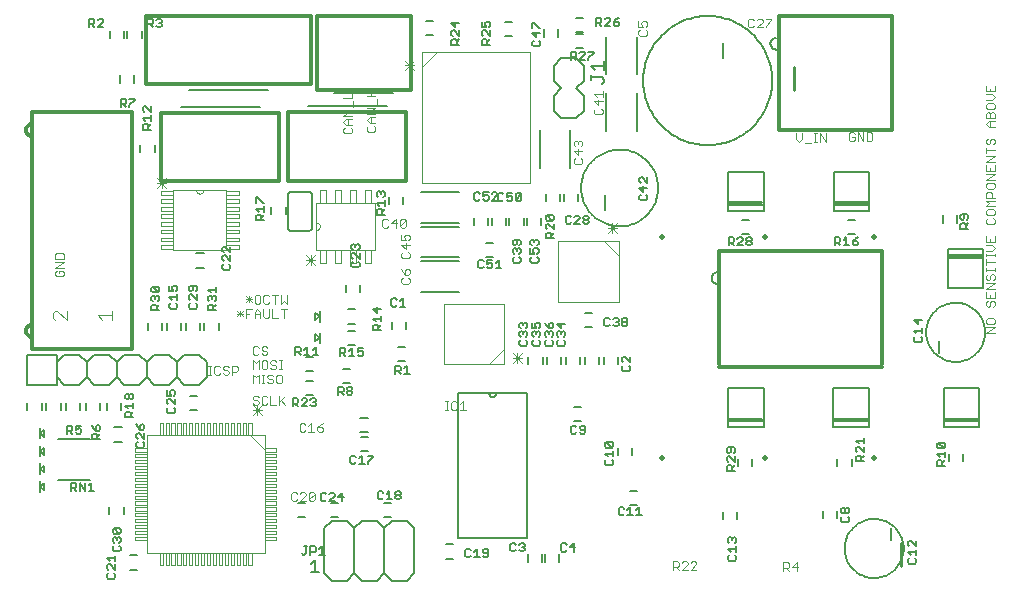
<source format=gto>
G75*
%MOIN*%
%OFA0B0*%
%FSLAX24Y24*%
%IPPOS*%
%LPD*%
%AMOC8*
5,1,8,0,0,1.08239X$1,22.5*
%
%ADD10C,0.0030*%
%ADD11C,0.0100*%
%ADD12C,0.0060*%
%ADD13C,0.0050*%
%ADD14C,0.0080*%
%ADD15C,0.0000*%
%ADD16C,0.0120*%
%ADD17C,0.0080*%
%ADD18C,0.0040*%
%ADD19C,0.0197*%
D10*
X009144Y006341D02*
X009192Y006292D01*
X009289Y006292D01*
X009338Y006341D01*
X009439Y006292D02*
X009632Y006486D01*
X009632Y006534D01*
X009584Y006582D01*
X009487Y006582D01*
X009439Y006534D01*
X009338Y006534D02*
X009289Y006582D01*
X009192Y006582D01*
X009144Y006534D01*
X009144Y006341D01*
X009439Y006292D02*
X009632Y006292D01*
X009733Y006341D02*
X009927Y006534D01*
X009927Y006341D01*
X009878Y006292D01*
X009782Y006292D01*
X009733Y006341D01*
X009733Y006534D01*
X009782Y006582D01*
X009878Y006582D01*
X009927Y006534D01*
X009914Y008593D02*
X009720Y008593D01*
X009817Y008593D02*
X009817Y008884D01*
X009720Y008787D01*
X009619Y008835D02*
X009571Y008884D01*
X009474Y008884D01*
X009426Y008835D01*
X009426Y008642D01*
X009474Y008593D01*
X009571Y008593D01*
X009619Y008642D01*
X010015Y008642D02*
X010015Y008739D01*
X010160Y008739D01*
X010208Y008690D01*
X010208Y008642D01*
X010160Y008593D01*
X010063Y008593D01*
X010015Y008642D01*
X010015Y008739D02*
X010112Y008835D01*
X010208Y008884D01*
X008940Y009502D02*
X008795Y009647D01*
X008746Y009598D02*
X008940Y009792D01*
X008746Y009792D02*
X008746Y009502D01*
X008645Y009502D02*
X008452Y009502D01*
X008452Y009792D01*
X008351Y009744D02*
X008302Y009792D01*
X008206Y009792D01*
X008157Y009744D01*
X008157Y009550D01*
X008206Y009502D01*
X008302Y009502D01*
X008351Y009550D01*
X008169Y009479D02*
X007856Y009166D01*
X007856Y009322D02*
X008169Y009322D01*
X008169Y009166D02*
X007856Y009479D01*
X007911Y009502D02*
X007863Y009550D01*
X007911Y009502D02*
X008008Y009502D01*
X008056Y009550D01*
X008056Y009598D01*
X008008Y009647D01*
X007911Y009647D01*
X007863Y009695D01*
X007863Y009744D01*
X007911Y009792D01*
X008008Y009792D01*
X008056Y009744D01*
X008013Y009479D02*
X008013Y009166D01*
X008056Y010210D02*
X008056Y010501D01*
X007959Y010404D01*
X007863Y010501D01*
X007863Y010210D01*
X008157Y010210D02*
X008254Y010210D01*
X008206Y010210D02*
X008206Y010501D01*
X008254Y010501D02*
X008157Y010501D01*
X008206Y010683D02*
X008302Y010683D01*
X008351Y010731D01*
X008351Y010925D01*
X008302Y010973D01*
X008206Y010973D01*
X008157Y010925D01*
X008157Y010731D01*
X008206Y010683D01*
X008056Y010683D02*
X008056Y010973D01*
X007959Y010876D01*
X007863Y010973D01*
X007863Y010683D01*
X007364Y010646D02*
X007315Y010597D01*
X007170Y010597D01*
X007170Y010501D02*
X007170Y010791D01*
X007315Y010791D01*
X007364Y010742D01*
X007364Y010646D01*
X007069Y010597D02*
X007069Y010549D01*
X007021Y010501D01*
X006924Y010501D01*
X006876Y010549D01*
X006774Y010549D02*
X006726Y010501D01*
X006629Y010501D01*
X006581Y010549D01*
X006581Y010742D01*
X006629Y010791D01*
X006726Y010791D01*
X006774Y010742D01*
X006876Y010742D02*
X006876Y010694D01*
X006924Y010646D01*
X007021Y010646D01*
X007069Y010597D01*
X007069Y010742D02*
X007021Y010791D01*
X006924Y010791D01*
X006876Y010742D01*
X006481Y010791D02*
X006384Y010791D01*
X006433Y010791D02*
X006433Y010501D01*
X006481Y010501D02*
X006384Y010501D01*
X007863Y011204D02*
X007863Y011397D01*
X007911Y011445D01*
X008008Y011445D01*
X008056Y011397D01*
X008157Y011397D02*
X008157Y011349D01*
X008206Y011300D01*
X008302Y011300D01*
X008351Y011252D01*
X008351Y011204D01*
X008302Y011155D01*
X008206Y011155D01*
X008157Y011204D01*
X008056Y011204D02*
X008008Y011155D01*
X007911Y011155D01*
X007863Y011204D01*
X008157Y011397D02*
X008206Y011445D01*
X008302Y011445D01*
X008351Y011397D01*
X008500Y010973D02*
X008452Y010925D01*
X008452Y010876D01*
X008500Y010828D01*
X008597Y010828D01*
X008645Y010780D01*
X008645Y010731D01*
X008597Y010683D01*
X008500Y010683D01*
X008452Y010731D01*
X008499Y010501D02*
X008402Y010501D01*
X008354Y010452D01*
X008354Y010404D01*
X008402Y010355D01*
X008499Y010355D01*
X008547Y010307D01*
X008547Y010259D01*
X008499Y010210D01*
X008402Y010210D01*
X008354Y010259D01*
X008547Y010452D02*
X008499Y010501D01*
X008648Y010452D02*
X008648Y010259D01*
X008697Y010210D01*
X008793Y010210D01*
X008842Y010259D01*
X008842Y010452D01*
X008793Y010501D01*
X008697Y010501D01*
X008648Y010452D01*
X008746Y010683D02*
X008843Y010683D01*
X008795Y010683D02*
X008795Y010973D01*
X008843Y010973D02*
X008746Y010973D01*
X008645Y010925D02*
X008597Y010973D01*
X008500Y010973D01*
X008513Y012390D02*
X008707Y012390D01*
X008513Y012390D02*
X008513Y012681D01*
X008412Y012681D02*
X008412Y012439D01*
X008364Y012390D01*
X008267Y012390D01*
X008219Y012439D01*
X008219Y012681D01*
X008118Y012584D02*
X008021Y012681D01*
X007924Y012584D01*
X007924Y012390D01*
X007924Y012535D02*
X008118Y012535D01*
X008118Y012584D02*
X008118Y012390D01*
X007823Y012681D02*
X007629Y012681D01*
X007629Y012390D01*
X007528Y012439D02*
X007335Y012632D01*
X007432Y012632D02*
X007432Y012439D01*
X007335Y012439D02*
X007528Y012632D01*
X007528Y012535D02*
X007335Y012535D01*
X007629Y012535D02*
X007726Y012535D01*
X007726Y012911D02*
X007726Y013105D01*
X007629Y013105D02*
X007823Y012911D01*
X007823Y013008D02*
X007629Y013008D01*
X007629Y012911D02*
X007823Y013105D01*
X007924Y013105D02*
X007924Y012911D01*
X007972Y012863D01*
X008069Y012863D01*
X008118Y012911D01*
X008118Y013105D01*
X008069Y013153D01*
X007972Y013153D01*
X007924Y013105D01*
X008219Y013105D02*
X008219Y012911D01*
X008267Y012863D01*
X008364Y012863D01*
X008412Y012911D01*
X008412Y013105D02*
X008364Y013153D01*
X008267Y013153D01*
X008219Y013105D01*
X008513Y013153D02*
X008707Y013153D01*
X008610Y013153D02*
X008610Y012863D01*
X008808Y012863D02*
X008905Y012960D01*
X009002Y012863D01*
X009002Y013153D01*
X008808Y013153D02*
X008808Y012863D01*
X008808Y012681D02*
X009002Y012681D01*
X008905Y012681D02*
X008905Y012390D01*
X009639Y014160D02*
X009952Y014474D01*
X009795Y014474D02*
X009795Y014160D01*
X009952Y014160D02*
X009639Y014474D01*
X009639Y014317D02*
X009952Y014317D01*
X012185Y015451D02*
X012185Y015644D01*
X012234Y015692D01*
X012330Y015692D01*
X012379Y015644D01*
X012480Y015547D02*
X012673Y015547D01*
X012775Y015451D02*
X012968Y015644D01*
X012968Y015451D01*
X012920Y015402D01*
X012823Y015402D01*
X012775Y015451D01*
X012775Y015644D01*
X012823Y015692D01*
X012920Y015692D01*
X012968Y015644D01*
X012625Y015692D02*
X012625Y015402D01*
X012480Y015547D02*
X012625Y015692D01*
X012379Y015451D02*
X012330Y015402D01*
X012234Y015402D01*
X012185Y015451D01*
X012813Y015168D02*
X012813Y014975D01*
X012958Y014975D01*
X012910Y015072D01*
X012910Y015120D01*
X012958Y015168D01*
X013055Y015168D01*
X013103Y015120D01*
X013103Y015023D01*
X013055Y014975D01*
X012958Y014874D02*
X012958Y014680D01*
X012813Y014825D01*
X013103Y014825D01*
X013055Y014579D02*
X013103Y014531D01*
X013103Y014434D01*
X013055Y014385D01*
X012861Y014385D01*
X012813Y014434D01*
X012813Y014531D01*
X012861Y014579D01*
X012808Y014025D02*
X012856Y013929D01*
X012953Y013832D01*
X012953Y013977D01*
X013002Y014025D01*
X013050Y014025D01*
X013098Y013977D01*
X013098Y013880D01*
X013050Y013832D01*
X012953Y013832D01*
X012856Y013731D02*
X012808Y013682D01*
X012808Y013585D01*
X012856Y013537D01*
X013050Y013537D01*
X013098Y013585D01*
X013098Y013682D01*
X013050Y013731D01*
X016531Y011215D02*
X016844Y010902D01*
X016687Y010902D02*
X016687Y011215D01*
X016844Y011215D02*
X016531Y010902D01*
X016531Y011059D02*
X016844Y011059D01*
X014868Y009609D02*
X014868Y009319D01*
X014964Y009319D02*
X014771Y009319D01*
X014670Y009367D02*
X014621Y009319D01*
X014525Y009319D01*
X014476Y009367D01*
X014476Y009560D01*
X014525Y009609D01*
X014621Y009609D01*
X014670Y009560D01*
X014771Y009512D02*
X014868Y009609D01*
X014377Y009609D02*
X014280Y009609D01*
X014328Y009609D02*
X014328Y009319D01*
X014280Y009319D02*
X014377Y009319D01*
X021871Y004282D02*
X021871Y003992D01*
X021871Y004089D02*
X022016Y004089D01*
X022065Y004137D01*
X022065Y004234D01*
X022016Y004282D01*
X021871Y004282D01*
X021968Y004089D02*
X022065Y003992D01*
X022166Y003992D02*
X022359Y004185D01*
X022359Y004234D01*
X022311Y004282D01*
X022214Y004282D01*
X022166Y004234D01*
X022166Y003992D02*
X022359Y003992D01*
X022461Y003992D02*
X022654Y004185D01*
X022654Y004234D01*
X022606Y004282D01*
X022509Y004282D01*
X022461Y004234D01*
X022461Y003992D02*
X022654Y003992D01*
X025552Y003952D02*
X025552Y004243D01*
X025697Y004243D01*
X025746Y004194D01*
X025746Y004098D01*
X025697Y004049D01*
X025552Y004049D01*
X025649Y004049D02*
X025746Y003952D01*
X025847Y004098D02*
X025992Y004243D01*
X025992Y003952D01*
X026041Y004098D02*
X025847Y004098D01*
X032307Y011886D02*
X032597Y012079D01*
X032307Y012079D01*
X032356Y012180D02*
X032549Y012180D01*
X032597Y012229D01*
X032597Y012325D01*
X032549Y012374D01*
X032356Y012374D01*
X032307Y012325D01*
X032307Y012229D01*
X032356Y012180D01*
X032307Y011886D02*
X032597Y011886D01*
X032549Y012769D02*
X032597Y012818D01*
X032597Y012915D01*
X032549Y012963D01*
X032501Y012963D01*
X032452Y012915D01*
X032452Y012818D01*
X032404Y012769D01*
X032356Y012769D01*
X032307Y012818D01*
X032307Y012915D01*
X032356Y012963D01*
X032307Y013064D02*
X032597Y013064D01*
X032597Y013258D01*
X032597Y013359D02*
X032307Y013359D01*
X032597Y013552D01*
X032307Y013552D01*
X032356Y013653D02*
X032404Y013653D01*
X032452Y013702D01*
X032452Y013799D01*
X032501Y013847D01*
X032549Y013847D01*
X032597Y013799D01*
X032597Y013702D01*
X032549Y013653D01*
X032356Y013653D02*
X032307Y013702D01*
X032307Y013799D01*
X032356Y013847D01*
X032307Y013948D02*
X032307Y014045D01*
X032307Y013996D02*
X032597Y013996D01*
X032597Y013948D02*
X032597Y014045D01*
X032597Y014241D02*
X032307Y014241D01*
X032307Y014145D02*
X032307Y014338D01*
X032307Y014439D02*
X032307Y014536D01*
X032307Y014488D02*
X032597Y014488D01*
X032597Y014536D02*
X032597Y014439D01*
X032501Y014636D02*
X032597Y014732D01*
X032501Y014829D01*
X032307Y014829D01*
X032307Y014930D02*
X032597Y014930D01*
X032597Y015124D01*
X032452Y015027D02*
X032452Y014930D01*
X032307Y014930D02*
X032307Y015124D01*
X032356Y015520D02*
X032549Y015520D01*
X032597Y015568D01*
X032597Y015665D01*
X032549Y015713D01*
X032549Y015814D02*
X032356Y015814D01*
X032307Y015863D01*
X032307Y015959D01*
X032356Y016008D01*
X032549Y016008D01*
X032597Y015959D01*
X032597Y015863D01*
X032549Y015814D01*
X032356Y015713D02*
X032307Y015665D01*
X032307Y015568D01*
X032356Y015520D01*
X032307Y016109D02*
X032404Y016206D01*
X032307Y016302D01*
X032597Y016302D01*
X032597Y016403D02*
X032307Y016403D01*
X032307Y016549D01*
X032356Y016597D01*
X032452Y016597D01*
X032501Y016549D01*
X032501Y016403D01*
X032549Y016698D02*
X032356Y016698D01*
X032307Y016747D01*
X032307Y016843D01*
X032356Y016892D01*
X032549Y016892D01*
X032597Y016843D01*
X032597Y016747D01*
X032549Y016698D01*
X032597Y016993D02*
X032307Y016993D01*
X032597Y017186D01*
X032307Y017186D01*
X032307Y017287D02*
X032597Y017287D01*
X032597Y017481D01*
X032597Y017582D02*
X032307Y017582D01*
X032597Y017776D01*
X032307Y017776D01*
X032307Y017877D02*
X032307Y018070D01*
X032307Y017974D02*
X032597Y017974D01*
X032549Y018171D02*
X032597Y018220D01*
X032597Y018317D01*
X032549Y018365D01*
X032501Y018365D01*
X032452Y018317D01*
X032452Y018220D01*
X032404Y018171D01*
X032356Y018171D01*
X032307Y018220D01*
X032307Y018317D01*
X032356Y018365D01*
X032404Y018761D02*
X032307Y018857D01*
X032404Y018954D01*
X032597Y018954D01*
X032597Y019055D02*
X032307Y019055D01*
X032307Y019200D01*
X032356Y019249D01*
X032404Y019249D01*
X032452Y019200D01*
X032452Y019055D01*
X032452Y018954D02*
X032452Y018761D01*
X032404Y018761D02*
X032597Y018761D01*
X032597Y019055D02*
X032597Y019200D01*
X032549Y019249D01*
X032501Y019249D01*
X032452Y019200D01*
X032356Y019350D02*
X032549Y019350D01*
X032597Y019398D01*
X032597Y019495D01*
X032549Y019544D01*
X032356Y019544D01*
X032307Y019495D01*
X032307Y019398D01*
X032356Y019350D01*
X032307Y019645D02*
X032501Y019645D01*
X032597Y019741D01*
X032501Y019838D01*
X032307Y019838D01*
X032307Y019939D02*
X032597Y019939D01*
X032597Y020133D01*
X032452Y020036D02*
X032452Y019939D01*
X032307Y019939D02*
X032307Y020133D01*
X032307Y017481D02*
X032307Y017287D01*
X032452Y017287D02*
X032452Y017384D01*
X032597Y016109D02*
X032307Y016109D01*
X032307Y014636D02*
X032501Y014636D01*
X032307Y013258D02*
X032307Y013064D01*
X032452Y013064D02*
X032452Y013161D01*
X028467Y018281D02*
X028322Y018281D01*
X028322Y018571D01*
X028467Y018571D01*
X028515Y018523D01*
X028515Y018330D01*
X028467Y018281D01*
X028221Y018281D02*
X028221Y018571D01*
X028027Y018571D02*
X028221Y018281D01*
X028027Y018281D02*
X028027Y018571D01*
X027926Y018523D02*
X027878Y018571D01*
X027781Y018571D01*
X027733Y018523D01*
X027733Y018330D01*
X027781Y018281D01*
X027878Y018281D01*
X027926Y018330D01*
X027926Y018426D01*
X027829Y018426D01*
X026956Y018560D02*
X026956Y018269D01*
X026762Y018560D01*
X026762Y018269D01*
X026663Y018269D02*
X026566Y018269D01*
X026614Y018269D02*
X026614Y018560D01*
X026566Y018560D02*
X026663Y018560D01*
X026170Y018560D02*
X026170Y018366D01*
X026073Y018269D01*
X025977Y018366D01*
X025977Y018560D01*
X026271Y018221D02*
X026465Y018221D01*
X024958Y022076D02*
X024958Y022125D01*
X025152Y022318D01*
X025152Y022366D01*
X024958Y022366D01*
X024857Y022318D02*
X024809Y022366D01*
X024712Y022366D01*
X024664Y022318D01*
X024562Y022318D02*
X024514Y022366D01*
X024417Y022366D01*
X024369Y022318D01*
X024369Y022125D01*
X024417Y022076D01*
X024514Y022076D01*
X024562Y022125D01*
X024664Y022076D02*
X024857Y022270D01*
X024857Y022318D01*
X024857Y022076D02*
X024664Y022076D01*
X021007Y022139D02*
X020958Y022091D01*
X021007Y022139D02*
X021007Y022236D01*
X020958Y022284D01*
X020862Y022284D01*
X020813Y022236D01*
X020813Y022188D01*
X020862Y022091D01*
X020717Y022091D01*
X020717Y022284D01*
X020765Y021990D02*
X020717Y021941D01*
X020717Y021845D01*
X020765Y021796D01*
X020958Y021796D01*
X021007Y021845D01*
X021007Y021941D01*
X020958Y021990D01*
X019525Y019960D02*
X019525Y019766D01*
X019525Y019863D02*
X019235Y019863D01*
X019332Y019766D01*
X019380Y019665D02*
X019380Y019472D01*
X019235Y019617D01*
X019525Y019617D01*
X019477Y019370D02*
X019525Y019322D01*
X019525Y019225D01*
X019477Y019177D01*
X019284Y019177D01*
X019235Y019225D01*
X019235Y019322D01*
X019284Y019370D01*
X018803Y018298D02*
X018851Y018250D01*
X018851Y018153D01*
X018803Y018105D01*
X018706Y018201D02*
X018706Y018250D01*
X018755Y018298D01*
X018803Y018298D01*
X018706Y018250D02*
X018658Y018298D01*
X018609Y018298D01*
X018561Y018250D01*
X018561Y018153D01*
X018609Y018105D01*
X018706Y018004D02*
X018706Y017810D01*
X018561Y017955D01*
X018851Y017955D01*
X018803Y017709D02*
X018851Y017660D01*
X018851Y017564D01*
X018803Y017515D01*
X018609Y017515D01*
X018561Y017564D01*
X018561Y017660D01*
X018609Y017709D01*
X019692Y015541D02*
X020005Y015227D01*
X019848Y015227D02*
X019848Y015541D01*
X020005Y015541D02*
X019692Y015227D01*
X019692Y015384D02*
X020005Y015384D01*
X013242Y020655D02*
X012929Y020968D01*
X012929Y020812D02*
X013242Y020812D01*
X013242Y020968D02*
X012929Y020655D01*
X013086Y020655D02*
X013086Y020968D01*
X011952Y019967D02*
X011661Y019967D01*
X011807Y019967D02*
X011807Y019774D01*
X011952Y019774D02*
X011661Y019774D01*
X012000Y019673D02*
X012000Y019479D01*
X011952Y019378D02*
X011661Y019378D01*
X011661Y019185D02*
X011952Y019378D01*
X011952Y019185D02*
X011661Y019185D01*
X011758Y019084D02*
X011952Y019084D01*
X011807Y019084D02*
X011807Y018890D01*
X011758Y018890D02*
X011661Y018987D01*
X011758Y019084D01*
X011758Y018890D02*
X011952Y018890D01*
X011903Y018789D02*
X011952Y018740D01*
X011952Y018644D01*
X011903Y018595D01*
X011710Y018595D01*
X011661Y018644D01*
X011661Y018740D01*
X011710Y018789D01*
X011172Y018835D02*
X010979Y018835D01*
X010882Y018932D01*
X010979Y019028D01*
X011172Y019028D01*
X011172Y019130D02*
X010882Y019130D01*
X011172Y019323D01*
X010882Y019323D01*
X011027Y019028D02*
X011027Y018835D01*
X010930Y018734D02*
X010882Y018685D01*
X010882Y018589D01*
X010930Y018540D01*
X011124Y018540D01*
X011172Y018589D01*
X011172Y018685D01*
X011124Y018734D01*
X011221Y019424D02*
X011221Y019618D01*
X011172Y019719D02*
X010882Y019719D01*
X011172Y019719D02*
X011172Y019912D01*
X004982Y017045D02*
X004669Y016732D01*
X004669Y016888D02*
X004982Y016888D01*
X004982Y016732D02*
X004669Y017045D01*
X004825Y017045D02*
X004825Y016732D01*
X001566Y014510D02*
X001518Y014558D01*
X001324Y014558D01*
X001276Y014510D01*
X001276Y014365D01*
X001566Y014365D01*
X001566Y014510D01*
X001566Y014263D02*
X001276Y014263D01*
X001276Y014070D02*
X001566Y014263D01*
X001566Y014070D02*
X001276Y014070D01*
X001324Y013969D02*
X001276Y013920D01*
X001276Y013824D01*
X001324Y013775D01*
X001518Y013775D01*
X001566Y013824D01*
X001566Y013920D01*
X001518Y013969D01*
X001421Y013969D01*
X001421Y013872D01*
D11*
X025918Y019979D02*
X025918Y020766D01*
X029481Y004900D02*
X029481Y004113D01*
D12*
X027355Y005727D02*
X027355Y005963D01*
X026883Y005963D02*
X026883Y005727D01*
X027355Y007459D02*
X027355Y007695D01*
X027828Y007695D02*
X027828Y007459D01*
X031056Y007617D02*
X031056Y007853D01*
X031529Y007853D02*
X031529Y007617D01*
X024521Y007695D02*
X024521Y007459D01*
X024048Y007459D02*
X024048Y007695D01*
X024009Y005924D02*
X024009Y005687D01*
X023536Y005687D02*
X023536Y005924D01*
X020670Y006160D02*
X020434Y006160D01*
X020434Y006632D02*
X020670Y006632D01*
X020505Y007833D02*
X020505Y008069D01*
X020033Y008069D02*
X020033Y007833D01*
X018792Y008955D02*
X018556Y008955D01*
X018556Y009428D02*
X018792Y009428D01*
X018783Y010845D02*
X018783Y011081D01*
X018940Y011081D02*
X018940Y010845D01*
X019412Y010845D02*
X019412Y011081D01*
X019570Y011081D02*
X019570Y010845D01*
X020042Y010845D02*
X020042Y011081D01*
X019176Y012085D02*
X018940Y012085D01*
X018940Y012558D02*
X019176Y012558D01*
X018310Y011081D02*
X018310Y010845D01*
X018153Y010845D02*
X018153Y011081D01*
X017680Y011081D02*
X017680Y010845D01*
X017523Y010845D02*
X017523Y011081D01*
X017050Y011081D02*
X017050Y010845D01*
X012950Y010945D02*
X012714Y010945D01*
X012714Y011418D02*
X012950Y011418D01*
X012979Y012030D02*
X012979Y012266D01*
X012507Y012266D02*
X012507Y012030D01*
X011283Y011967D02*
X011046Y011967D01*
X011046Y012203D02*
X011283Y012203D01*
X011283Y012676D02*
X011046Y012676D01*
X010981Y013258D02*
X010981Y013495D01*
X011454Y013495D02*
X011454Y013258D01*
X011283Y011495D02*
X011046Y011495D01*
X011096Y010687D02*
X010859Y010687D01*
X010859Y010215D02*
X011096Y010215D01*
X009875Y010294D02*
X009639Y010294D01*
X009639Y010609D02*
X009875Y010609D01*
X009875Y011081D02*
X009639Y011081D01*
X009639Y009821D02*
X009875Y009821D01*
X011454Y009050D02*
X011690Y009050D01*
X011690Y008577D02*
X011454Y008577D01*
X011466Y008412D02*
X011702Y008412D01*
X011702Y007939D02*
X011466Y007939D01*
X012225Y006227D02*
X012462Y006227D01*
X012462Y005754D02*
X012225Y005754D01*
X012005Y005624D02*
X012255Y005374D01*
X012505Y005624D01*
X013005Y005624D01*
X013255Y005374D01*
X013255Y003874D01*
X013005Y003624D01*
X012505Y003624D01*
X012255Y003874D01*
X012255Y005374D01*
X012005Y005624D02*
X011505Y005624D01*
X011255Y005374D01*
X011255Y003874D01*
X011505Y003624D01*
X012005Y003624D01*
X012255Y003874D01*
X011255Y003874D02*
X011005Y003624D01*
X010505Y003624D01*
X010255Y003874D01*
X010255Y005374D01*
X010505Y005624D01*
X011005Y005624D01*
X011255Y005374D01*
X010718Y005747D02*
X010481Y005747D01*
X010481Y006219D02*
X010718Y006219D01*
X009613Y006213D02*
X009377Y006213D01*
X009377Y005741D02*
X009613Y005741D01*
X014308Y004841D02*
X014544Y004841D01*
X014544Y004369D02*
X014308Y004369D01*
X017040Y004270D02*
X017040Y004506D01*
X017513Y004506D02*
X017513Y004270D01*
X017592Y004270D02*
X017592Y004506D01*
X018064Y004506D02*
X018064Y004270D01*
X006725Y011987D02*
X006725Y012223D01*
X006253Y012223D02*
X006253Y011987D01*
X006096Y011987D02*
X006096Y012223D01*
X005623Y012223D02*
X005623Y011987D01*
X005466Y011987D02*
X005466Y012223D01*
X004993Y012223D02*
X004993Y011987D01*
X004836Y011987D02*
X004836Y012223D01*
X004363Y012223D02*
X004363Y011987D01*
X005985Y014069D02*
X006222Y014069D01*
X006222Y014542D02*
X005985Y014542D01*
X008487Y015859D02*
X008487Y016095D01*
X008960Y016095D02*
X008960Y015859D01*
X009036Y015399D02*
X009036Y016499D01*
X009038Y016516D01*
X009042Y016533D01*
X009049Y016549D01*
X009059Y016563D01*
X009072Y016576D01*
X009086Y016586D01*
X009102Y016593D01*
X009119Y016597D01*
X009136Y016599D01*
X009736Y016599D01*
X009753Y016597D01*
X009770Y016593D01*
X009786Y016586D01*
X009800Y016576D01*
X009813Y016563D01*
X009823Y016549D01*
X009830Y016533D01*
X009834Y016516D01*
X009836Y016499D01*
X009836Y015399D01*
X009834Y015382D01*
X009830Y015365D01*
X009823Y015349D01*
X009813Y015335D01*
X009800Y015322D01*
X009786Y015312D01*
X009770Y015305D01*
X009753Y015301D01*
X009736Y015299D01*
X009136Y015299D01*
X009119Y015301D01*
X009102Y015305D01*
X009086Y015312D01*
X009072Y015322D01*
X009059Y015335D01*
X009049Y015349D01*
X009042Y015365D01*
X009038Y015382D01*
X009036Y015399D01*
X012414Y016189D02*
X012414Y016426D01*
X012887Y016426D02*
X012887Y016189D01*
X015239Y015707D02*
X015239Y015471D01*
X015712Y015471D02*
X015712Y015707D01*
X015830Y015707D02*
X015830Y015471D01*
X016302Y015471D02*
X016302Y015707D01*
X016420Y015707D02*
X016420Y015471D01*
X016893Y015471D02*
X016893Y015707D01*
X017011Y015707D02*
X017011Y015471D01*
X017483Y015471D02*
X017483Y015707D01*
X017633Y016278D02*
X017633Y016514D01*
X018105Y016514D02*
X018105Y016278D01*
X018224Y016278D02*
X018224Y016514D01*
X018696Y016514D02*
X018696Y016278D01*
X015869Y014880D02*
X015633Y014880D01*
X015633Y014408D02*
X015869Y014408D01*
X024166Y015195D02*
X024403Y015195D01*
X024403Y015668D02*
X024166Y015668D01*
X027710Y015668D02*
X027946Y015668D01*
X027946Y015195D02*
X027710Y015195D01*
X030859Y015569D02*
X030859Y015806D01*
X031332Y015806D02*
X031332Y015569D01*
X018861Y021376D02*
X018625Y021376D01*
X018625Y021849D02*
X018861Y021849D01*
X018861Y021928D02*
X018625Y021928D01*
X018625Y022400D02*
X018861Y022400D01*
X018035Y022006D02*
X018035Y021770D01*
X017562Y021770D02*
X017562Y022006D01*
X016499Y021790D02*
X016263Y021790D01*
X016263Y022262D02*
X016499Y022262D01*
X013881Y022282D02*
X013645Y022282D01*
X013645Y021810D02*
X013881Y021810D01*
X004590Y018148D02*
X004590Y017912D01*
X004117Y017912D02*
X004117Y018148D01*
X003920Y020235D02*
X003920Y020471D01*
X003448Y020471D02*
X003448Y020235D01*
X003586Y021731D02*
X003586Y021967D01*
X003684Y021967D02*
X003684Y021731D01*
X004157Y021731D02*
X004157Y021967D01*
X003113Y021967D02*
X003113Y021731D01*
X005783Y009788D02*
X006019Y009788D01*
X006019Y009315D02*
X005783Y009315D01*
X003479Y009329D02*
X003479Y009565D01*
X003007Y009565D02*
X003007Y009329D01*
X002786Y009329D02*
X002786Y009565D01*
X002314Y009565D02*
X002314Y009329D01*
X002119Y009329D02*
X002119Y009565D01*
X001647Y009565D02*
X001647Y009329D01*
X001460Y009329D02*
X001460Y009565D01*
X000987Y009565D02*
X000987Y009329D01*
X000828Y009329D02*
X000828Y009565D01*
X000355Y009565D02*
X000355Y009329D01*
X003253Y008739D02*
X003489Y008739D01*
X003489Y008266D02*
X003253Y008266D01*
X003084Y006081D02*
X003084Y005845D01*
X003556Y005845D02*
X003556Y006081D01*
X003785Y004473D02*
X004021Y004473D01*
X004021Y004000D02*
X003785Y004000D01*
D13*
X003232Y003699D02*
X003051Y003699D01*
X003006Y003744D01*
X003006Y003835D01*
X003051Y003880D01*
X003051Y003994D02*
X003006Y004039D01*
X003006Y004129D01*
X003051Y004174D01*
X003096Y004174D01*
X003277Y003994D01*
X003277Y004174D01*
X003277Y004289D02*
X003277Y004469D01*
X003277Y004379D02*
X003006Y004379D01*
X003096Y004289D01*
X003237Y004605D02*
X003417Y004605D01*
X003462Y004650D01*
X003462Y004741D01*
X003417Y004786D01*
X003417Y004900D02*
X003462Y004945D01*
X003462Y005035D01*
X003417Y005080D01*
X003372Y005080D01*
X003327Y005035D01*
X003327Y004990D01*
X003327Y005035D02*
X003282Y005080D01*
X003237Y005080D01*
X003192Y005035D01*
X003192Y004945D01*
X003237Y004900D01*
X003237Y004786D02*
X003192Y004741D01*
X003192Y004650D01*
X003237Y004605D01*
X003237Y005195D02*
X003192Y005240D01*
X003192Y005330D01*
X003237Y005375D01*
X003417Y005195D01*
X003462Y005240D01*
X003462Y005330D01*
X003417Y005375D01*
X003237Y005375D01*
X003237Y005195D02*
X003417Y005195D01*
X003232Y003880D02*
X003277Y003835D01*
X003277Y003744D01*
X003232Y003699D01*
X002572Y006625D02*
X002392Y006625D01*
X002482Y006625D02*
X002482Y006896D01*
X002392Y006806D01*
X002277Y006896D02*
X002277Y006625D01*
X002097Y006896D01*
X002097Y006625D01*
X001983Y006625D02*
X001893Y006716D01*
X001938Y006716D02*
X001802Y006716D01*
X001802Y006625D02*
X001802Y006896D01*
X001938Y006896D01*
X001983Y006851D01*
X001983Y006761D01*
X001938Y006716D01*
X002434Y006997D02*
X001371Y006997D01*
X000918Y006878D02*
X000760Y006770D01*
X000760Y006948D01*
X000918Y006878D02*
X000918Y006652D01*
X000760Y006770D01*
X000760Y006603D01*
X000760Y007193D02*
X000760Y007361D01*
X000760Y007538D01*
X000918Y007469D02*
X000760Y007361D01*
X000918Y007243D01*
X000918Y007469D01*
X000760Y007784D02*
X000760Y007951D01*
X000760Y008129D01*
X000918Y008059D02*
X000760Y007951D01*
X000918Y007833D01*
X000918Y008059D01*
X000760Y008374D02*
X000760Y008542D01*
X000760Y008719D01*
X000918Y008650D02*
X000760Y008542D01*
X000918Y008424D01*
X000918Y008650D01*
X001371Y008351D02*
X002434Y008351D01*
X002499Y008338D02*
X002499Y008473D01*
X002544Y008518D01*
X002634Y008518D01*
X002679Y008473D01*
X002679Y008338D01*
X002679Y008428D02*
X002769Y008518D01*
X002724Y008632D02*
X002769Y008677D01*
X002769Y008767D01*
X002724Y008812D01*
X002679Y008812D01*
X002634Y008767D01*
X002634Y008632D01*
X002724Y008632D01*
X002634Y008632D02*
X002544Y008722D01*
X002499Y008812D01*
X002146Y008798D02*
X001966Y008798D01*
X001966Y008663D01*
X002056Y008708D01*
X002101Y008708D01*
X002146Y008663D01*
X002146Y008573D01*
X002101Y008528D01*
X002011Y008528D01*
X001966Y008573D01*
X001851Y008528D02*
X001761Y008618D01*
X001806Y008618D02*
X001671Y008618D01*
X001671Y008528D02*
X001671Y008798D01*
X001806Y008798D01*
X001851Y008753D01*
X001851Y008663D01*
X001806Y008618D01*
X002499Y008338D02*
X002769Y008338D01*
X003615Y009082D02*
X003615Y009217D01*
X003660Y009262D01*
X003750Y009262D01*
X003795Y009217D01*
X003795Y009082D01*
X003795Y009172D02*
X003885Y009262D01*
X003885Y009376D02*
X003885Y009557D01*
X003885Y009466D02*
X003615Y009466D01*
X003705Y009376D01*
X003615Y009082D02*
X003885Y009082D01*
X003977Y008839D02*
X004022Y008749D01*
X004112Y008659D01*
X004112Y008794D01*
X004157Y008839D01*
X004202Y008839D01*
X004247Y008794D01*
X004247Y008704D01*
X004202Y008659D01*
X004112Y008659D01*
X004067Y008544D02*
X004022Y008544D01*
X003977Y008499D01*
X003977Y008409D01*
X004022Y008364D01*
X004022Y008250D02*
X003977Y008205D01*
X003977Y008115D01*
X004022Y008069D01*
X004202Y008069D01*
X004247Y008115D01*
X004247Y008205D01*
X004202Y008250D01*
X004247Y008364D02*
X004067Y008544D01*
X004247Y008544D02*
X004247Y008364D01*
X005054Y009210D02*
X005234Y009210D01*
X005279Y009255D01*
X005279Y009345D01*
X005234Y009390D01*
X005279Y009504D02*
X005099Y009685D01*
X005054Y009685D01*
X005009Y009639D01*
X005009Y009549D01*
X005054Y009504D01*
X005054Y009390D02*
X005009Y009345D01*
X005009Y009255D01*
X005054Y009210D01*
X005279Y009504D02*
X005279Y009685D01*
X005234Y009799D02*
X005279Y009844D01*
X005279Y009934D01*
X005234Y009979D01*
X005144Y009979D01*
X005099Y009934D01*
X005099Y009889D01*
X005144Y009799D01*
X005009Y009799D01*
X005009Y009979D01*
X003885Y009806D02*
X003885Y009716D01*
X003840Y009671D01*
X003795Y009671D01*
X003750Y009716D01*
X003750Y009806D01*
X003795Y009851D01*
X003840Y009851D01*
X003885Y009806D01*
X003750Y009806D02*
X003705Y009851D01*
X003660Y009851D01*
X003615Y009806D01*
X003615Y009716D01*
X003660Y009671D01*
X003705Y009671D01*
X003750Y009716D01*
X004477Y012648D02*
X004477Y012783D01*
X004522Y012828D01*
X004612Y012828D01*
X004657Y012783D01*
X004657Y012648D01*
X004747Y012648D02*
X004477Y012648D01*
X004657Y012738D02*
X004747Y012828D01*
X004702Y012943D02*
X004747Y012988D01*
X004747Y013078D01*
X004702Y013123D01*
X004657Y013123D01*
X004612Y013078D01*
X004612Y013033D01*
X004612Y013078D02*
X004567Y013123D01*
X004522Y013123D01*
X004477Y013078D01*
X004477Y012988D01*
X004522Y012943D01*
X004522Y013238D02*
X004477Y013283D01*
X004477Y013373D01*
X004522Y013418D01*
X004702Y013238D01*
X004747Y013283D01*
X004747Y013373D01*
X004702Y013418D01*
X004522Y013418D01*
X004522Y013238D02*
X004702Y013238D01*
X005082Y013285D02*
X005217Y013285D01*
X005172Y013375D01*
X005172Y013420D01*
X005217Y013465D01*
X005307Y013465D01*
X005352Y013420D01*
X005352Y013330D01*
X005307Y013285D01*
X005352Y013171D02*
X005352Y012991D01*
X005352Y013081D02*
X005082Y013081D01*
X005172Y012991D01*
X005127Y012876D02*
X005082Y012831D01*
X005082Y012741D01*
X005127Y012696D01*
X005307Y012696D01*
X005352Y012741D01*
X005352Y012831D01*
X005307Y012876D01*
X005731Y012831D02*
X005731Y012741D01*
X005776Y012696D01*
X005956Y012696D01*
X006001Y012741D01*
X006001Y012831D01*
X005956Y012876D01*
X006001Y012991D02*
X005821Y013171D01*
X005776Y013171D01*
X005731Y013126D01*
X005731Y013036D01*
X005776Y012991D01*
X005776Y012876D02*
X005731Y012831D01*
X006001Y012991D02*
X006001Y013171D01*
X005956Y013285D02*
X006001Y013330D01*
X006001Y013420D01*
X005956Y013465D01*
X005776Y013465D01*
X005731Y013420D01*
X005731Y013330D01*
X005776Y013285D01*
X005821Y013285D01*
X005866Y013330D01*
X005866Y013465D01*
X006367Y013328D02*
X006457Y013238D01*
X006457Y013123D02*
X006502Y013078D01*
X006547Y013123D01*
X006592Y013123D01*
X006637Y013078D01*
X006637Y012988D01*
X006592Y012943D01*
X006637Y012828D02*
X006547Y012738D01*
X006547Y012783D02*
X006547Y012648D01*
X006637Y012648D02*
X006367Y012648D01*
X006367Y012783D01*
X006412Y012828D01*
X006502Y012828D01*
X006547Y012783D01*
X006412Y012943D02*
X006367Y012988D01*
X006367Y013078D01*
X006412Y013123D01*
X006457Y013123D01*
X006502Y013078D02*
X006502Y013033D01*
X006637Y013238D02*
X006637Y013418D01*
X006637Y013328D02*
X006367Y013328D01*
X006892Y013999D02*
X007072Y013999D01*
X007117Y014044D01*
X007117Y014134D01*
X007072Y014179D01*
X007117Y014293D02*
X006937Y014473D01*
X006892Y014473D01*
X006847Y014428D01*
X006847Y014338D01*
X006892Y014293D01*
X006892Y014179D02*
X006847Y014134D01*
X006847Y014044D01*
X006892Y013999D01*
X007117Y014293D02*
X007117Y014473D01*
X007117Y014588D02*
X006937Y014768D01*
X006892Y014768D01*
X006847Y014723D01*
X006847Y014633D01*
X006892Y014588D01*
X007117Y014588D02*
X007117Y014768D01*
X007975Y015642D02*
X007975Y015777D01*
X008020Y015822D01*
X008110Y015822D01*
X008155Y015777D01*
X008155Y015642D01*
X008245Y015642D02*
X007975Y015642D01*
X008155Y015732D02*
X008245Y015822D01*
X008245Y015937D02*
X008245Y016117D01*
X008245Y016027D02*
X007975Y016027D01*
X008065Y015937D01*
X007975Y016232D02*
X007975Y016412D01*
X008020Y016412D01*
X008200Y016232D01*
X008245Y016232D01*
X011152Y014798D02*
X011198Y014843D01*
X011243Y014843D01*
X011288Y014798D01*
X011333Y014843D01*
X011378Y014843D01*
X011423Y014798D01*
X011423Y014708D01*
X011378Y014663D01*
X011423Y014549D02*
X011423Y014369D01*
X011243Y014549D01*
X011198Y014549D01*
X011152Y014504D01*
X011152Y014414D01*
X011198Y014369D01*
X011198Y014254D02*
X011152Y014209D01*
X011152Y014119D01*
X011198Y014074D01*
X011378Y014074D01*
X011423Y014119D01*
X011423Y014209D01*
X011378Y014254D01*
X011198Y014663D02*
X011152Y014708D01*
X011152Y014798D01*
X011288Y014798D02*
X011288Y014753D01*
X011991Y015836D02*
X011991Y015971D01*
X012036Y016016D01*
X012126Y016016D01*
X012171Y015971D01*
X012171Y015836D01*
X012171Y015926D02*
X012261Y016016D01*
X012261Y016130D02*
X012261Y016311D01*
X012261Y016220D02*
X011991Y016220D01*
X012081Y016130D01*
X012036Y016425D02*
X011991Y016470D01*
X011991Y016560D01*
X012036Y016605D01*
X012081Y016605D01*
X012126Y016560D01*
X012171Y016605D01*
X012216Y016605D01*
X012261Y016560D01*
X012261Y016470D01*
X012216Y016425D01*
X012126Y016515D02*
X012126Y016560D01*
X012261Y015836D02*
X011991Y015836D01*
X015250Y016348D02*
X015295Y016303D01*
X015385Y016303D01*
X015430Y016348D01*
X015544Y016348D02*
X015589Y016303D01*
X015679Y016303D01*
X015724Y016348D01*
X015724Y016438D01*
X015679Y016483D01*
X015634Y016483D01*
X015544Y016438D01*
X015544Y016573D01*
X015724Y016573D01*
X015839Y016528D02*
X015884Y016573D01*
X015974Y016573D01*
X016019Y016528D01*
X016019Y016483D01*
X015839Y016303D01*
X016019Y016303D01*
X016039Y016333D02*
X016084Y016288D01*
X016174Y016288D01*
X016219Y016333D01*
X016333Y016333D02*
X016378Y016288D01*
X016468Y016288D01*
X016513Y016333D01*
X016513Y016423D01*
X016468Y016468D01*
X016423Y016468D01*
X016333Y016423D01*
X016333Y016558D01*
X016513Y016558D01*
X016628Y016513D02*
X016628Y016333D01*
X016808Y016513D01*
X016808Y016333D01*
X016763Y016288D01*
X016673Y016288D01*
X016628Y016333D01*
X016628Y016513D02*
X016673Y016558D01*
X016763Y016558D01*
X016808Y016513D01*
X016219Y016513D02*
X016174Y016558D01*
X016084Y016558D01*
X016039Y016513D01*
X016039Y016333D01*
X015430Y016528D02*
X015385Y016573D01*
X015295Y016573D01*
X015250Y016528D01*
X015250Y016348D01*
X016574Y015001D02*
X016528Y014956D01*
X016528Y014866D01*
X016574Y014821D01*
X016619Y014821D01*
X016664Y014866D01*
X016664Y015001D01*
X016754Y015001D02*
X016574Y015001D01*
X016754Y015001D02*
X016799Y014956D01*
X016799Y014866D01*
X016754Y014821D01*
X016754Y014706D02*
X016799Y014661D01*
X016799Y014571D01*
X016754Y014526D01*
X016754Y014412D02*
X016799Y014366D01*
X016799Y014276D01*
X016754Y014231D01*
X016574Y014231D01*
X016528Y014276D01*
X016528Y014366D01*
X016574Y014412D01*
X016574Y014526D02*
X016528Y014571D01*
X016528Y014661D01*
X016574Y014706D01*
X016619Y014706D01*
X016664Y014661D01*
X016709Y014706D01*
X016754Y014706D01*
X016664Y014661D02*
X016664Y014616D01*
X017119Y014706D02*
X017119Y014526D01*
X017254Y014526D01*
X017209Y014616D01*
X017209Y014661D01*
X017254Y014706D01*
X017344Y014706D01*
X017389Y014661D01*
X017389Y014571D01*
X017344Y014526D01*
X017344Y014412D02*
X017389Y014366D01*
X017389Y014276D01*
X017344Y014231D01*
X017164Y014231D01*
X017119Y014276D01*
X017119Y014366D01*
X017164Y014412D01*
X017164Y014821D02*
X017119Y014866D01*
X017119Y014956D01*
X017164Y015001D01*
X017209Y015001D01*
X017254Y014956D01*
X017299Y015001D01*
X017344Y015001D01*
X017389Y014956D01*
X017389Y014866D01*
X017344Y014821D01*
X017254Y014911D02*
X017254Y014956D01*
X017627Y015046D02*
X017627Y015181D01*
X017672Y015226D01*
X017762Y015226D01*
X017807Y015181D01*
X017807Y015046D01*
X017897Y015046D02*
X017627Y015046D01*
X017807Y015136D02*
X017897Y015226D01*
X017897Y015341D02*
X017717Y015521D01*
X017672Y015521D01*
X017627Y015476D01*
X017627Y015386D01*
X017672Y015341D01*
X017897Y015341D02*
X017897Y015521D01*
X017852Y015636D02*
X017672Y015636D01*
X017627Y015681D01*
X017627Y015771D01*
X017672Y015816D01*
X017852Y015636D01*
X017897Y015681D01*
X017897Y015771D01*
X017852Y015816D01*
X017672Y015816D01*
X018289Y015757D02*
X018289Y015577D01*
X018334Y015532D01*
X018424Y015532D01*
X018469Y015577D01*
X018584Y015532D02*
X018764Y015712D01*
X018764Y015757D01*
X018719Y015802D01*
X018629Y015802D01*
X018584Y015757D01*
X018469Y015757D02*
X018424Y015802D01*
X018334Y015802D01*
X018289Y015757D01*
X018584Y015532D02*
X018764Y015532D01*
X018878Y015577D02*
X018878Y015622D01*
X018923Y015667D01*
X019013Y015667D01*
X019059Y015622D01*
X019059Y015577D01*
X019013Y015532D01*
X018923Y015532D01*
X018878Y015577D01*
X018923Y015667D02*
X018878Y015712D01*
X018878Y015757D01*
X018923Y015802D01*
X019013Y015802D01*
X019059Y015757D01*
X019059Y015712D01*
X019013Y015667D01*
X020747Y016353D02*
X020792Y016308D01*
X020972Y016308D01*
X021017Y016353D01*
X021017Y016443D01*
X020972Y016488D01*
X020882Y016602D02*
X020882Y016782D01*
X021017Y016737D02*
X020747Y016737D01*
X020882Y016602D01*
X020792Y016488D02*
X020747Y016443D01*
X020747Y016353D01*
X020792Y016897D02*
X020747Y016942D01*
X020747Y017032D01*
X020792Y017077D01*
X020837Y017077D01*
X021017Y016897D01*
X021017Y017077D01*
X023714Y017262D02*
X023714Y016239D01*
X023714Y016199D01*
X024855Y016199D01*
X024855Y016160D01*
X023714Y016160D01*
X023714Y016199D01*
X023714Y016160D02*
X023714Y015963D01*
X024895Y015963D01*
X024895Y017262D01*
X023714Y017262D01*
X023714Y016239D02*
X024855Y016239D01*
X024450Y015082D02*
X024495Y015037D01*
X024495Y014992D01*
X024450Y014947D01*
X024360Y014947D01*
X024315Y014992D01*
X024315Y015037D01*
X024360Y015082D01*
X024450Y015082D01*
X024450Y014947D02*
X024495Y014902D01*
X024495Y014857D01*
X024450Y014812D01*
X024360Y014812D01*
X024315Y014857D01*
X024315Y014902D01*
X024360Y014947D01*
X024200Y014992D02*
X024200Y015037D01*
X024155Y015082D01*
X024065Y015082D01*
X024020Y015037D01*
X023906Y015037D02*
X023906Y014947D01*
X023861Y014902D01*
X023726Y014902D01*
X023816Y014902D02*
X023906Y014812D01*
X024020Y014812D02*
X024200Y014992D01*
X024200Y014812D02*
X024020Y014812D01*
X023906Y015037D02*
X023861Y015082D01*
X023726Y015082D01*
X023726Y014812D01*
X023359Y013916D02*
X023332Y013914D01*
X023306Y013909D01*
X023281Y013900D01*
X023257Y013887D01*
X023235Y013872D01*
X023215Y013853D01*
X023198Y013833D01*
X023184Y013810D01*
X023173Y013785D01*
X023166Y013759D01*
X023162Y013732D01*
X023162Y013706D01*
X023166Y013679D01*
X023173Y013653D01*
X023184Y013628D01*
X023198Y013605D01*
X023215Y013585D01*
X023235Y013566D01*
X023257Y013551D01*
X023281Y013538D01*
X023306Y013529D01*
X023332Y013524D01*
X023359Y013522D01*
X020351Y012340D02*
X020351Y012295D01*
X020306Y012250D01*
X020216Y012250D01*
X020171Y012295D01*
X020171Y012340D01*
X020216Y012385D01*
X020306Y012385D01*
X020351Y012340D01*
X020306Y012250D02*
X020351Y012205D01*
X020351Y012160D01*
X020306Y012115D01*
X020216Y012115D01*
X020171Y012160D01*
X020171Y012205D01*
X020216Y012250D01*
X020057Y012295D02*
X020012Y012250D01*
X020057Y012205D01*
X020057Y012160D01*
X020012Y012115D01*
X019922Y012115D01*
X019877Y012160D01*
X019762Y012160D02*
X019717Y012115D01*
X019627Y012115D01*
X019582Y012160D01*
X019582Y012340D01*
X019627Y012385D01*
X019717Y012385D01*
X019762Y012340D01*
X019877Y012340D02*
X019922Y012385D01*
X020012Y012385D01*
X020057Y012340D01*
X020057Y012295D01*
X020012Y012250D02*
X019967Y012250D01*
X020221Y011095D02*
X020176Y011050D01*
X020176Y010960D01*
X020221Y010915D01*
X020221Y010800D02*
X020176Y010755D01*
X020176Y010665D01*
X020221Y010620D01*
X020401Y010620D01*
X020446Y010665D01*
X020446Y010755D01*
X020401Y010800D01*
X020446Y010915D02*
X020266Y011095D01*
X020221Y011095D01*
X020446Y011095D02*
X020446Y010915D01*
X018281Y011512D02*
X018281Y011602D01*
X018235Y011647D01*
X018235Y011762D02*
X018281Y011807D01*
X018281Y011897D01*
X018235Y011942D01*
X018190Y011942D01*
X018145Y011897D01*
X018145Y011852D01*
X018145Y011897D02*
X018100Y011942D01*
X018055Y011942D01*
X018010Y011897D01*
X018010Y011807D01*
X018055Y011762D01*
X018055Y011647D02*
X018010Y011602D01*
X018010Y011512D01*
X018055Y011467D01*
X018235Y011467D01*
X018281Y011512D01*
X017867Y011512D02*
X017867Y011602D01*
X017822Y011647D01*
X017822Y011762D02*
X017867Y011807D01*
X017867Y011897D01*
X017822Y011942D01*
X017777Y011942D01*
X017732Y011897D01*
X017732Y011852D01*
X017732Y011897D02*
X017687Y011942D01*
X017642Y011942D01*
X017597Y011897D01*
X017597Y011807D01*
X017642Y011762D01*
X017642Y011647D02*
X017597Y011602D01*
X017597Y011512D01*
X017642Y011467D01*
X017822Y011467D01*
X017867Y011512D01*
X017454Y011512D02*
X017454Y011602D01*
X017409Y011647D01*
X017409Y011762D02*
X017454Y011807D01*
X017454Y011897D01*
X017409Y011942D01*
X017364Y011942D01*
X017319Y011897D01*
X017319Y011852D01*
X017319Y011897D02*
X017274Y011942D01*
X017229Y011942D01*
X017184Y011897D01*
X017184Y011807D01*
X017229Y011762D01*
X017229Y011647D02*
X017184Y011602D01*
X017184Y011512D01*
X017229Y011467D01*
X017409Y011467D01*
X017454Y011512D01*
X017021Y011512D02*
X017021Y011602D01*
X016976Y011647D01*
X016976Y011762D02*
X017021Y011807D01*
X017021Y011897D01*
X016976Y011942D01*
X016931Y011942D01*
X016886Y011897D01*
X016886Y011852D01*
X016886Y011897D02*
X016841Y011942D01*
X016795Y011942D01*
X016750Y011897D01*
X016750Y011807D01*
X016795Y011762D01*
X016795Y011647D02*
X016750Y011602D01*
X016750Y011512D01*
X016795Y011467D01*
X016976Y011467D01*
X017021Y011512D01*
X016976Y012056D02*
X017021Y012101D01*
X017021Y012192D01*
X016976Y012237D01*
X016931Y012237D01*
X016886Y012192D01*
X016886Y012146D01*
X016886Y012192D02*
X016841Y012237D01*
X016795Y012237D01*
X016750Y012192D01*
X016750Y012101D01*
X016795Y012056D01*
X017184Y012056D02*
X017184Y012237D01*
X017274Y012192D02*
X017319Y012237D01*
X017409Y012237D01*
X017454Y012192D01*
X017454Y012101D01*
X017409Y012056D01*
X017319Y012056D02*
X017274Y012146D01*
X017274Y012192D01*
X017319Y012056D02*
X017184Y012056D01*
X017597Y012237D02*
X017642Y012146D01*
X017732Y012056D01*
X017732Y012192D01*
X017777Y012237D01*
X017822Y012237D01*
X017867Y012192D01*
X017867Y012101D01*
X017822Y012056D01*
X017732Y012056D01*
X018010Y012192D02*
X018145Y012056D01*
X018145Y012237D01*
X018010Y012192D02*
X018281Y012192D01*
X016147Y014049D02*
X015967Y014049D01*
X016057Y014049D02*
X016057Y014320D01*
X015967Y014229D01*
X015852Y014184D02*
X015852Y014094D01*
X015807Y014049D01*
X015717Y014049D01*
X015672Y014094D01*
X015672Y014184D02*
X015762Y014229D01*
X015807Y014229D01*
X015852Y014184D01*
X015852Y014320D02*
X015672Y014320D01*
X015672Y014184D01*
X015558Y014094D02*
X015513Y014049D01*
X015423Y014049D01*
X015378Y014094D01*
X015378Y014274D01*
X015423Y014320D01*
X015513Y014320D01*
X015558Y014274D01*
X012954Y012768D02*
X012774Y012768D01*
X012864Y012768D02*
X012864Y013038D01*
X012774Y012948D01*
X012659Y012993D02*
X012614Y013038D01*
X012524Y013038D01*
X012479Y012993D01*
X012479Y012813D01*
X012524Y012768D01*
X012614Y012768D01*
X012659Y012813D01*
X012139Y012703D02*
X011869Y012703D01*
X012004Y012568D01*
X012004Y012748D01*
X012139Y012454D02*
X012139Y012274D01*
X012139Y012364D02*
X011869Y012364D01*
X011959Y012274D01*
X012004Y012159D02*
X012049Y012114D01*
X012049Y011979D01*
X012139Y011979D02*
X011869Y011979D01*
X011869Y012114D01*
X011914Y012159D01*
X012004Y012159D01*
X012049Y012069D02*
X012139Y012159D01*
X011541Y011386D02*
X011361Y011386D01*
X011361Y011251D01*
X011451Y011296D01*
X011496Y011296D01*
X011541Y011251D01*
X011541Y011161D01*
X011496Y011116D01*
X011406Y011116D01*
X011361Y011161D01*
X011246Y011116D02*
X011066Y011116D01*
X011156Y011116D02*
X011156Y011386D01*
X011066Y011296D01*
X010951Y011251D02*
X010906Y011206D01*
X010771Y011206D01*
X010771Y011116D02*
X010771Y011386D01*
X010906Y011386D01*
X010951Y011341D01*
X010951Y011251D01*
X010861Y011206D02*
X010951Y011116D01*
X010046Y011150D02*
X009866Y011150D01*
X009956Y011150D02*
X009956Y011420D01*
X009866Y011330D01*
X009752Y011150D02*
X009571Y011150D01*
X009661Y011150D02*
X009661Y011420D01*
X009571Y011330D01*
X009457Y011285D02*
X009412Y011240D01*
X009277Y011240D01*
X009367Y011240D02*
X009457Y011150D01*
X009457Y011285D02*
X009457Y011375D01*
X009412Y011420D01*
X009277Y011420D01*
X009277Y011150D01*
X009945Y011623D02*
X010103Y011731D01*
X010103Y011553D01*
X009945Y011623D02*
X009945Y011849D01*
X010103Y011731D01*
X010103Y011898D01*
X010103Y012262D02*
X010103Y012439D01*
X010103Y012607D01*
X009945Y012558D02*
X010103Y012439D01*
X009945Y012331D01*
X009945Y012558D01*
X012616Y010798D02*
X012751Y010798D01*
X012796Y010753D01*
X012796Y010663D01*
X012751Y010618D01*
X012616Y010618D01*
X012706Y010618D02*
X012796Y010528D01*
X012910Y010528D02*
X013091Y010528D01*
X013001Y010528D02*
X013001Y010798D01*
X012910Y010708D01*
X012616Y010798D02*
X012616Y010528D01*
X011188Y010056D02*
X011188Y010011D01*
X011143Y009966D01*
X011053Y009966D01*
X011008Y010011D01*
X011008Y010056D01*
X011053Y010101D01*
X011143Y010101D01*
X011188Y010056D01*
X011143Y009966D02*
X011188Y009921D01*
X011188Y009876D01*
X011143Y009831D01*
X011053Y009831D01*
X011008Y009876D01*
X011008Y009921D01*
X011053Y009966D01*
X010893Y009966D02*
X010848Y009921D01*
X010713Y009921D01*
X010713Y009831D02*
X010713Y010101D01*
X010848Y010101D01*
X010893Y010056D01*
X010893Y009966D01*
X010803Y009921D02*
X010893Y009831D01*
X009967Y009663D02*
X009967Y009618D01*
X009922Y009573D01*
X009967Y009528D01*
X009967Y009483D01*
X009922Y009438D01*
X009832Y009438D01*
X009787Y009483D01*
X009673Y009438D02*
X009493Y009438D01*
X009673Y009618D01*
X009673Y009663D01*
X009628Y009708D01*
X009538Y009708D01*
X009493Y009663D01*
X009378Y009663D02*
X009378Y009573D01*
X009333Y009528D01*
X009198Y009528D01*
X009288Y009528D02*
X009378Y009438D01*
X009198Y009438D02*
X009198Y009708D01*
X009333Y009708D01*
X009378Y009663D01*
X009787Y009663D02*
X009832Y009708D01*
X009922Y009708D01*
X009967Y009663D01*
X009922Y009573D02*
X009877Y009573D01*
X011160Y007798D02*
X011115Y007753D01*
X011115Y007573D01*
X011160Y007528D01*
X011250Y007528D01*
X011295Y007573D01*
X011410Y007528D02*
X011590Y007528D01*
X011500Y007528D02*
X011500Y007798D01*
X011410Y007708D01*
X011295Y007753D02*
X011250Y007798D01*
X011160Y007798D01*
X011705Y007798D02*
X011885Y007798D01*
X011885Y007753D01*
X011705Y007573D01*
X011705Y007528D01*
X012074Y006611D02*
X012029Y006566D01*
X012029Y006386D01*
X012074Y006341D01*
X012164Y006341D01*
X012209Y006386D01*
X012324Y006341D02*
X012504Y006341D01*
X012414Y006341D02*
X012414Y006611D01*
X012324Y006521D01*
X012209Y006566D02*
X012164Y006611D01*
X012074Y006611D01*
X012619Y006566D02*
X012619Y006521D01*
X012664Y006476D01*
X012754Y006476D01*
X012799Y006431D01*
X012799Y006386D01*
X012754Y006341D01*
X012664Y006341D01*
X012619Y006386D01*
X012619Y006431D01*
X012664Y006476D01*
X012754Y006476D02*
X012799Y006521D01*
X012799Y006566D01*
X012754Y006611D01*
X012664Y006611D01*
X012619Y006566D01*
X010893Y006415D02*
X010713Y006415D01*
X010848Y006550D01*
X010848Y006280D01*
X010598Y006280D02*
X010418Y006280D01*
X010598Y006460D01*
X010598Y006505D01*
X010553Y006550D01*
X010463Y006550D01*
X010418Y006505D01*
X010303Y006505D02*
X010258Y006550D01*
X010168Y006550D01*
X010123Y006505D01*
X010123Y006325D01*
X010168Y006280D01*
X010258Y006280D01*
X010303Y006325D01*
X010172Y004772D02*
X010172Y004502D01*
X010082Y004502D02*
X010262Y004502D01*
X010082Y004682D02*
X010172Y004772D01*
X009967Y004727D02*
X009967Y004637D01*
X009922Y004592D01*
X009787Y004592D01*
X009787Y004502D02*
X009787Y004772D01*
X009922Y004772D01*
X009967Y004727D01*
X009673Y004772D02*
X009583Y004772D01*
X009628Y004772D02*
X009628Y004547D01*
X009583Y004502D01*
X009538Y004502D01*
X009493Y004547D01*
X014950Y004463D02*
X014995Y004418D01*
X015085Y004418D01*
X015130Y004463D01*
X015245Y004418D02*
X015425Y004418D01*
X015335Y004418D02*
X015335Y004688D01*
X015245Y004598D01*
X015130Y004643D02*
X015085Y004688D01*
X014995Y004688D01*
X014950Y004643D01*
X014950Y004463D01*
X015539Y004463D02*
X015584Y004418D01*
X015674Y004418D01*
X015719Y004463D01*
X015719Y004643D01*
X015674Y004688D01*
X015584Y004688D01*
X015539Y004643D01*
X015539Y004598D01*
X015584Y004553D01*
X015719Y004553D01*
X016450Y004657D02*
X016450Y004837D01*
X016496Y004883D01*
X016586Y004883D01*
X016631Y004837D01*
X016745Y004837D02*
X016790Y004883D01*
X016880Y004883D01*
X016925Y004837D01*
X016925Y004792D01*
X016880Y004747D01*
X016925Y004702D01*
X016925Y004657D01*
X016880Y004612D01*
X016790Y004612D01*
X016745Y004657D01*
X016631Y004657D02*
X016586Y004612D01*
X016496Y004612D01*
X016450Y004657D01*
X016835Y004747D02*
X016880Y004747D01*
X018142Y004828D02*
X018142Y004648D01*
X018187Y004603D01*
X018277Y004603D01*
X018322Y004648D01*
X018437Y004738D02*
X018617Y004738D01*
X018572Y004603D02*
X018572Y004873D01*
X018437Y004738D01*
X018322Y004828D02*
X018277Y004873D01*
X018187Y004873D01*
X018142Y004828D01*
X020056Y005851D02*
X020101Y005806D01*
X020191Y005806D01*
X020236Y005851D01*
X020351Y005806D02*
X020531Y005806D01*
X020441Y005806D02*
X020441Y006076D01*
X020351Y005986D01*
X020236Y006031D02*
X020191Y006076D01*
X020101Y006076D01*
X020056Y006031D01*
X020056Y005851D01*
X020646Y005806D02*
X020826Y005806D01*
X020736Y005806D02*
X020736Y006076D01*
X020646Y005986D01*
X019825Y007479D02*
X019870Y007524D01*
X019870Y007615D01*
X019825Y007660D01*
X019870Y007774D02*
X019870Y007954D01*
X019870Y007864D02*
X019600Y007864D01*
X019690Y007774D01*
X019645Y007660D02*
X019600Y007615D01*
X019600Y007524D01*
X019645Y007479D01*
X019825Y007479D01*
X019825Y008069D02*
X019645Y008249D01*
X019825Y008249D01*
X019870Y008204D01*
X019870Y008114D01*
X019825Y008069D01*
X019645Y008069D01*
X019600Y008114D01*
X019600Y008204D01*
X019645Y008249D01*
X018944Y008575D02*
X018944Y008755D01*
X018899Y008801D01*
X018809Y008801D01*
X018764Y008755D01*
X018764Y008710D01*
X018809Y008665D01*
X018944Y008665D01*
X018944Y008575D02*
X018899Y008530D01*
X018809Y008530D01*
X018764Y008575D01*
X018649Y008575D02*
X018604Y008530D01*
X018514Y008530D01*
X018469Y008575D01*
X018469Y008755D01*
X018514Y008801D01*
X018604Y008801D01*
X018649Y008755D01*
X023714Y008758D02*
X024895Y008758D01*
X024895Y010058D01*
X023714Y010058D01*
X023714Y009034D01*
X023714Y008995D01*
X024855Y008995D01*
X024855Y008955D01*
X023714Y008955D01*
X023714Y008995D01*
X023714Y009034D02*
X024855Y009034D01*
X023714Y008955D02*
X023714Y008758D01*
X023709Y008072D02*
X023664Y008027D01*
X023664Y007937D01*
X023709Y007892D01*
X023754Y007892D01*
X023799Y007937D01*
X023799Y008072D01*
X023889Y008072D02*
X023709Y008072D01*
X023889Y008072D02*
X023935Y008027D01*
X023935Y007937D01*
X023889Y007892D01*
X023935Y007777D02*
X023935Y007597D01*
X023754Y007777D01*
X023709Y007777D01*
X023664Y007732D01*
X023664Y007642D01*
X023709Y007597D01*
X023709Y007482D02*
X023799Y007482D01*
X023844Y007437D01*
X023844Y007302D01*
X023844Y007392D02*
X023935Y007482D01*
X023935Y007302D02*
X023664Y007302D01*
X023664Y007437D01*
X023709Y007482D01*
X023754Y005071D02*
X023799Y005071D01*
X023844Y005026D01*
X023889Y005071D01*
X023934Y005071D01*
X023979Y005026D01*
X023979Y004936D01*
X023934Y004891D01*
X023979Y004777D02*
X023979Y004596D01*
X023979Y004686D02*
X023709Y004686D01*
X023799Y004596D01*
X023754Y004482D02*
X023709Y004437D01*
X023709Y004347D01*
X023754Y004302D01*
X023934Y004302D01*
X023979Y004347D01*
X023979Y004437D01*
X023934Y004482D01*
X023754Y004891D02*
X023709Y004936D01*
X023709Y005026D01*
X023754Y005071D01*
X023844Y005026D02*
X023844Y004981D01*
X027469Y005626D02*
X027514Y005581D01*
X027694Y005581D01*
X027739Y005626D01*
X027739Y005716D01*
X027694Y005761D01*
X027694Y005875D02*
X027649Y005875D01*
X027604Y005920D01*
X027604Y006010D01*
X027649Y006055D01*
X027694Y006055D01*
X027739Y006010D01*
X027739Y005920D01*
X027694Y005875D01*
X027604Y005920D02*
X027559Y005875D01*
X027514Y005875D01*
X027469Y005920D01*
X027469Y006010D01*
X027514Y006055D01*
X027559Y006055D01*
X027604Y006010D01*
X027514Y005761D02*
X027469Y005716D01*
X027469Y005626D01*
X029701Y004919D02*
X029701Y004829D01*
X029746Y004784D01*
X029701Y004919D02*
X029746Y004964D01*
X029791Y004964D01*
X029971Y004784D01*
X029971Y004964D01*
X029971Y004669D02*
X029971Y004489D01*
X029971Y004579D02*
X029701Y004579D01*
X029791Y004489D01*
X029746Y004374D02*
X029701Y004329D01*
X029701Y004239D01*
X029746Y004194D01*
X029926Y004194D01*
X029971Y004239D01*
X029971Y004329D01*
X029926Y004374D01*
X030672Y007460D02*
X030672Y007595D01*
X030717Y007640D01*
X030807Y007640D01*
X030852Y007595D01*
X030852Y007460D01*
X030852Y007550D02*
X030942Y007640D01*
X030942Y007754D02*
X030942Y007935D01*
X030942Y007844D02*
X030672Y007844D01*
X030762Y007754D01*
X030672Y007460D02*
X030942Y007460D01*
X030897Y008049D02*
X030717Y008229D01*
X030897Y008229D01*
X030942Y008184D01*
X030942Y008094D01*
X030897Y008049D01*
X030717Y008049D01*
X030672Y008094D01*
X030672Y008184D01*
X030717Y008229D01*
X030889Y008758D02*
X032070Y008758D01*
X032070Y010058D01*
X030889Y010058D01*
X030889Y009034D01*
X030889Y008995D01*
X032031Y008995D01*
X032031Y008955D01*
X030889Y008955D01*
X030889Y008995D01*
X030889Y009034D02*
X032031Y009034D01*
X030889Y008955D02*
X030889Y008758D01*
X028399Y008758D02*
X028399Y010058D01*
X027218Y010058D01*
X027218Y009034D01*
X027218Y008995D01*
X028359Y008995D01*
X028359Y008955D01*
X027218Y008955D01*
X027218Y008995D01*
X027218Y009034D02*
X028359Y009034D01*
X028399Y008758D02*
X027218Y008758D01*
X027218Y008955D01*
X027975Y008297D02*
X028246Y008297D01*
X028246Y008207D02*
X028246Y008387D01*
X028065Y008207D02*
X027975Y008297D01*
X028020Y008092D02*
X027975Y008047D01*
X027975Y007957D01*
X028020Y007912D01*
X028020Y007797D02*
X028110Y007797D01*
X028155Y007752D01*
X028155Y007617D01*
X028155Y007707D02*
X028246Y007797D01*
X028246Y007912D02*
X028065Y008092D01*
X028020Y008092D01*
X028246Y008092D02*
X028246Y007912D01*
X028020Y007797D02*
X027975Y007752D01*
X027975Y007617D01*
X028246Y007617D01*
X029942Y011583D02*
X030122Y011583D01*
X030167Y011628D01*
X030167Y011718D01*
X030122Y011763D01*
X030167Y011878D02*
X030167Y012058D01*
X030167Y011968D02*
X029897Y011968D01*
X029987Y011878D01*
X029942Y011763D02*
X029897Y011718D01*
X029897Y011628D01*
X029942Y011583D01*
X030032Y012172D02*
X030032Y012352D01*
X029897Y012307D02*
X030032Y012172D01*
X030167Y012307D02*
X029897Y012307D01*
X031027Y013374D02*
X032208Y013374D01*
X032208Y014398D01*
X032208Y014437D01*
X031066Y014437D01*
X031066Y014477D01*
X032208Y014477D01*
X032208Y014437D01*
X032208Y014398D02*
X031066Y014398D01*
X031027Y014674D02*
X031027Y013374D01*
X032208Y014477D02*
X032208Y014674D01*
X031027Y014674D01*
X031445Y015364D02*
X031445Y015499D01*
X031490Y015544D01*
X031580Y015544D01*
X031625Y015499D01*
X031625Y015364D01*
X031625Y015454D02*
X031716Y015544D01*
X031671Y015659D02*
X031716Y015704D01*
X031716Y015794D01*
X031671Y015839D01*
X031490Y015839D01*
X031445Y015794D01*
X031445Y015704D01*
X031490Y015659D01*
X031535Y015659D01*
X031580Y015704D01*
X031580Y015839D01*
X031445Y015364D02*
X031716Y015364D01*
X028418Y015963D02*
X028418Y017262D01*
X027237Y017262D01*
X027237Y016239D01*
X027237Y016199D01*
X028379Y016199D01*
X028379Y016160D01*
X027237Y016160D01*
X027237Y016199D01*
X027237Y016160D02*
X027237Y015963D01*
X028418Y015963D01*
X028379Y016239D02*
X027237Y016239D01*
X027269Y015082D02*
X027404Y015082D01*
X027449Y015037D01*
X027449Y014947D01*
X027404Y014902D01*
X027269Y014902D01*
X027359Y014902D02*
X027449Y014812D01*
X027564Y014812D02*
X027744Y014812D01*
X027654Y014812D02*
X027654Y015082D01*
X027564Y014992D01*
X027858Y014947D02*
X027858Y014857D01*
X027903Y014812D01*
X027993Y014812D01*
X028038Y014857D01*
X028038Y014902D01*
X027993Y014947D01*
X027858Y014947D01*
X027948Y015037D01*
X028038Y015082D01*
X027269Y015082D02*
X027269Y014812D01*
X019584Y020259D02*
X019584Y020334D01*
X019509Y020409D01*
X019133Y020409D01*
X019133Y020334D02*
X019133Y020484D01*
X019284Y020644D02*
X019133Y020794D01*
X019584Y020794D01*
X019584Y020644D02*
X019584Y020945D01*
X019229Y021218D02*
X019049Y021038D01*
X019049Y020993D01*
X018935Y020993D02*
X018754Y020993D01*
X018935Y021173D01*
X018935Y021218D01*
X018890Y021263D01*
X018800Y021263D01*
X018754Y021218D01*
X018640Y021218D02*
X018640Y021128D01*
X018595Y021083D01*
X018460Y021083D01*
X018550Y021083D02*
X018640Y020993D01*
X018460Y020993D02*
X018460Y021263D01*
X018595Y021263D01*
X018640Y021218D01*
X019049Y021263D02*
X019229Y021263D01*
X019229Y021218D01*
X019306Y022115D02*
X019306Y022385D01*
X019441Y022385D01*
X019486Y022340D01*
X019486Y022250D01*
X019441Y022205D01*
X019306Y022205D01*
X019396Y022205D02*
X019486Y022115D01*
X019601Y022115D02*
X019781Y022295D01*
X019781Y022340D01*
X019736Y022385D01*
X019646Y022385D01*
X019601Y022340D01*
X019601Y022115D02*
X019781Y022115D01*
X019896Y022160D02*
X019896Y022250D01*
X020031Y022250D01*
X020076Y022205D01*
X020076Y022160D01*
X020031Y022115D01*
X019941Y022115D01*
X019896Y022160D01*
X019896Y022250D02*
X019986Y022340D01*
X020076Y022385D01*
X017448Y022045D02*
X017403Y022045D01*
X017223Y022225D01*
X017178Y022225D01*
X017178Y022045D01*
X017178Y021886D02*
X017313Y021750D01*
X017313Y021931D01*
X017448Y021886D02*
X017178Y021886D01*
X017223Y021636D02*
X017178Y021591D01*
X017178Y021501D01*
X017223Y021456D01*
X017403Y021456D01*
X017448Y021501D01*
X017448Y021591D01*
X017403Y021636D01*
X015771Y021677D02*
X015681Y021587D01*
X015681Y021632D02*
X015681Y021497D01*
X015771Y021497D02*
X015500Y021497D01*
X015500Y021632D01*
X015545Y021677D01*
X015636Y021677D01*
X015681Y021632D01*
X015771Y021791D02*
X015591Y021971D01*
X015545Y021971D01*
X015500Y021926D01*
X015500Y021836D01*
X015545Y021791D01*
X015771Y021791D02*
X015771Y021971D01*
X015726Y022086D02*
X015771Y022131D01*
X015771Y022221D01*
X015726Y022266D01*
X015636Y022266D01*
X015591Y022221D01*
X015591Y022176D01*
X015636Y022086D01*
X015500Y022086D01*
X015500Y022266D01*
X014747Y022221D02*
X014477Y022221D01*
X014612Y022086D01*
X014612Y022266D01*
X014567Y021971D02*
X014522Y021971D01*
X014477Y021926D01*
X014477Y021836D01*
X014522Y021791D01*
X014522Y021677D02*
X014612Y021677D01*
X014657Y021632D01*
X014657Y021497D01*
X014657Y021587D02*
X014747Y021677D01*
X014747Y021791D02*
X014567Y021971D01*
X014747Y021971D02*
X014747Y021791D01*
X014522Y021677D02*
X014477Y021632D01*
X014477Y021497D01*
X014747Y021497D01*
X012552Y019900D02*
X010584Y019900D01*
X004830Y022130D02*
X004785Y022085D01*
X004695Y022085D01*
X004650Y022130D01*
X004535Y022085D02*
X004445Y022175D01*
X004490Y022175D02*
X004355Y022175D01*
X004355Y022085D02*
X004355Y022355D01*
X004490Y022355D01*
X004535Y022310D01*
X004535Y022220D01*
X004490Y022175D01*
X004650Y022310D02*
X004695Y022355D01*
X004785Y022355D01*
X004830Y022310D01*
X004830Y022265D01*
X004785Y022220D01*
X004830Y022175D01*
X004830Y022130D01*
X004785Y022220D02*
X004740Y022220D01*
X002881Y022265D02*
X002701Y022085D01*
X002881Y022085D01*
X002881Y022265D02*
X002881Y022310D01*
X002836Y022355D01*
X002746Y022355D01*
X002701Y022310D01*
X002586Y022310D02*
X002586Y022220D01*
X002541Y022175D01*
X002406Y022175D01*
X002406Y022085D02*
X002406Y022355D01*
X002541Y022355D01*
X002586Y022310D01*
X002496Y022175D02*
X002586Y022085D01*
X003458Y019703D02*
X003593Y019703D01*
X003639Y019658D01*
X003639Y019568D01*
X003593Y019523D01*
X003458Y019523D01*
X003458Y019433D02*
X003458Y019703D01*
X003548Y019523D02*
X003639Y019433D01*
X003753Y019433D02*
X003753Y019478D01*
X003933Y019658D01*
X003933Y019703D01*
X003753Y019703D01*
X004196Y019395D02*
X004196Y019305D01*
X004241Y019260D01*
X004196Y019395D02*
X004241Y019440D01*
X004286Y019440D01*
X004466Y019260D01*
X004466Y019440D01*
X004466Y019145D02*
X004466Y018965D01*
X004466Y019055D02*
X004196Y019055D01*
X004286Y018965D01*
X004241Y018851D02*
X004331Y018851D01*
X004376Y018805D01*
X004376Y018670D01*
X004466Y018670D02*
X004196Y018670D01*
X004196Y018805D01*
X004241Y018851D01*
X004376Y018760D02*
X004466Y018851D01*
X005082Y013465D02*
X005082Y013285D01*
X019509Y020184D02*
X019584Y020259D01*
D14*
X019649Y020510D02*
X019649Y021770D01*
X020672Y021770D02*
X020672Y020510D01*
X020672Y019880D02*
X020672Y018621D01*
X019649Y018621D02*
X019649Y019880D01*
X018889Y019800D02*
X018889Y019300D01*
X018639Y019050D01*
X018139Y019050D01*
X017889Y019300D01*
X017889Y019800D01*
X018139Y020050D01*
X017889Y020300D01*
X017889Y020800D01*
X018139Y021050D01*
X018639Y021050D01*
X018889Y020800D01*
X018889Y020300D01*
X018639Y020050D01*
X018889Y019800D01*
X018448Y018640D02*
X018448Y017380D01*
X017424Y017380D02*
X017424Y018640D01*
X018812Y016721D02*
X018814Y016792D01*
X018820Y016863D01*
X018830Y016934D01*
X018844Y017003D01*
X018861Y017072D01*
X018883Y017140D01*
X018908Y017207D01*
X018937Y017272D01*
X018969Y017335D01*
X019005Y017397D01*
X019044Y017456D01*
X019087Y017513D01*
X019132Y017568D01*
X019181Y017620D01*
X019232Y017669D01*
X019286Y017715D01*
X019343Y017759D01*
X019401Y017799D01*
X019462Y017835D01*
X019525Y017869D01*
X019590Y017898D01*
X019656Y017924D01*
X019724Y017947D01*
X019792Y017965D01*
X019862Y017980D01*
X019932Y017991D01*
X020003Y017998D01*
X020074Y018001D01*
X020145Y018000D01*
X020216Y017995D01*
X020287Y017986D01*
X020357Y017973D01*
X020426Y017957D01*
X020494Y017936D01*
X020561Y017912D01*
X020627Y017884D01*
X020690Y017852D01*
X020752Y017817D01*
X020812Y017779D01*
X020870Y017737D01*
X020925Y017693D01*
X020978Y017645D01*
X021028Y017594D01*
X021075Y017541D01*
X021119Y017485D01*
X021160Y017427D01*
X021198Y017366D01*
X021232Y017304D01*
X021262Y017239D01*
X021289Y017174D01*
X021313Y017106D01*
X021332Y017038D01*
X021348Y016969D01*
X021360Y016898D01*
X021368Y016828D01*
X021372Y016757D01*
X021372Y016685D01*
X021368Y016614D01*
X021360Y016544D01*
X021348Y016473D01*
X021332Y016404D01*
X021313Y016336D01*
X021289Y016268D01*
X021262Y016203D01*
X021232Y016138D01*
X021198Y016076D01*
X021160Y016015D01*
X021119Y015957D01*
X021075Y015901D01*
X021028Y015848D01*
X020978Y015797D01*
X020925Y015749D01*
X020870Y015705D01*
X020812Y015663D01*
X020752Y015625D01*
X020690Y015590D01*
X020627Y015558D01*
X020561Y015530D01*
X020494Y015506D01*
X020426Y015485D01*
X020357Y015469D01*
X020287Y015456D01*
X020216Y015447D01*
X020145Y015442D01*
X020074Y015441D01*
X020003Y015444D01*
X019932Y015451D01*
X019862Y015462D01*
X019792Y015477D01*
X019724Y015495D01*
X019656Y015518D01*
X019590Y015544D01*
X019525Y015573D01*
X019462Y015607D01*
X019401Y015643D01*
X019343Y015683D01*
X019286Y015727D01*
X019232Y015773D01*
X019181Y015822D01*
X019132Y015874D01*
X019087Y015929D01*
X019044Y015986D01*
X019005Y016045D01*
X018969Y016107D01*
X018937Y016170D01*
X018908Y016235D01*
X018883Y016302D01*
X018861Y016370D01*
X018844Y016439D01*
X018830Y016508D01*
X018820Y016579D01*
X018814Y016650D01*
X018812Y016721D01*
X019592Y016471D02*
X019592Y015971D01*
X014727Y015550D02*
X013468Y015550D01*
X013468Y015432D02*
X014727Y015432D01*
X014727Y014408D02*
X013468Y014408D01*
X013468Y014290D02*
X014727Y014290D01*
X014727Y013266D02*
X013468Y013266D01*
X014699Y009880D02*
X014699Y005038D01*
X017020Y005038D01*
X017020Y009880D01*
X014699Y009880D01*
X015741Y009880D02*
X015743Y009860D01*
X015748Y009840D01*
X015757Y009821D01*
X015769Y009804D01*
X015783Y009790D01*
X015800Y009778D01*
X015819Y009769D01*
X015839Y009764D01*
X015859Y009762D01*
X015879Y009764D01*
X015899Y009769D01*
X015918Y009778D01*
X015935Y009790D01*
X015949Y009804D01*
X015961Y009821D01*
X015970Y009840D01*
X015975Y009860D01*
X015977Y009880D01*
X009935Y004335D02*
X009795Y004195D01*
X009935Y004335D02*
X009935Y003914D01*
X009795Y003914D02*
X010075Y003914D01*
X006074Y010158D02*
X005574Y010158D01*
X005324Y010408D01*
X005324Y010908D01*
X005574Y011158D01*
X006074Y011158D01*
X006324Y010908D01*
X006324Y010408D01*
X006074Y010158D01*
X005324Y010408D02*
X005074Y010158D01*
X004574Y010158D01*
X004324Y010408D01*
X004324Y010908D01*
X004574Y011158D01*
X005074Y011158D01*
X005324Y010908D01*
X004324Y010908D02*
X004074Y011158D01*
X003574Y011158D01*
X003324Y010908D01*
X003324Y010408D01*
X003074Y010158D01*
X002574Y010158D01*
X002324Y010408D01*
X002324Y010908D01*
X002574Y011158D01*
X003074Y011158D01*
X003324Y010908D01*
X003324Y010408D02*
X003574Y010158D01*
X004074Y010158D01*
X004324Y010408D01*
X002324Y010408D02*
X002074Y010158D01*
X001574Y010158D01*
X001324Y010408D01*
X001324Y010158D01*
X000324Y010158D01*
X000324Y011158D01*
X001324Y011158D01*
X001324Y010908D01*
X001324Y010408D01*
X001324Y010908D02*
X001574Y011158D01*
X002074Y011158D01*
X002324Y010908D01*
X013468Y016573D02*
X014727Y016573D01*
X020876Y020300D02*
X020878Y020392D01*
X020884Y020485D01*
X020894Y020577D01*
X020908Y020668D01*
X020926Y020759D01*
X020947Y020849D01*
X020973Y020938D01*
X021002Y021026D01*
X021035Y021112D01*
X021072Y021197D01*
X021112Y021280D01*
X021156Y021362D01*
X021204Y021441D01*
X021255Y021518D01*
X021309Y021593D01*
X021366Y021666D01*
X021426Y021736D01*
X021489Y021804D01*
X021556Y021869D01*
X021624Y021930D01*
X021696Y021989D01*
X021770Y022045D01*
X021846Y022097D01*
X021924Y022146D01*
X022005Y022192D01*
X022087Y022234D01*
X022171Y022273D01*
X022257Y022308D01*
X022344Y022339D01*
X022432Y022366D01*
X022522Y022390D01*
X022612Y022410D01*
X022703Y022426D01*
X022795Y022438D01*
X022887Y022446D01*
X022980Y022450D01*
X023072Y022450D01*
X023165Y022446D01*
X023257Y022438D01*
X023349Y022426D01*
X023440Y022410D01*
X023530Y022390D01*
X023620Y022366D01*
X023708Y022339D01*
X023795Y022308D01*
X023881Y022273D01*
X023965Y022234D01*
X024047Y022192D01*
X024128Y022146D01*
X024206Y022097D01*
X024282Y022045D01*
X024356Y021989D01*
X024428Y021930D01*
X024496Y021869D01*
X024563Y021804D01*
X024626Y021736D01*
X024686Y021666D01*
X024743Y021593D01*
X024797Y021518D01*
X024848Y021441D01*
X024896Y021362D01*
X024940Y021280D01*
X024980Y021197D01*
X025017Y021112D01*
X025050Y021026D01*
X025079Y020938D01*
X025105Y020849D01*
X025126Y020759D01*
X025144Y020668D01*
X025158Y020577D01*
X025168Y020485D01*
X025174Y020392D01*
X025176Y020300D01*
X025174Y020208D01*
X025168Y020115D01*
X025158Y020023D01*
X025144Y019932D01*
X025126Y019841D01*
X025105Y019751D01*
X025079Y019662D01*
X025050Y019574D01*
X025017Y019488D01*
X024980Y019403D01*
X024940Y019320D01*
X024896Y019238D01*
X024848Y019159D01*
X024797Y019082D01*
X024743Y019007D01*
X024686Y018934D01*
X024626Y018864D01*
X024563Y018796D01*
X024496Y018731D01*
X024428Y018670D01*
X024356Y018611D01*
X024282Y018555D01*
X024206Y018503D01*
X024128Y018454D01*
X024047Y018408D01*
X023965Y018366D01*
X023881Y018327D01*
X023795Y018292D01*
X023708Y018261D01*
X023620Y018234D01*
X023530Y018210D01*
X023440Y018190D01*
X023349Y018174D01*
X023257Y018162D01*
X023165Y018154D01*
X023072Y018150D01*
X022980Y018150D01*
X022887Y018154D01*
X022795Y018162D01*
X022703Y018174D01*
X022612Y018190D01*
X022522Y018210D01*
X022432Y018234D01*
X022344Y018261D01*
X022257Y018292D01*
X022171Y018327D01*
X022087Y018366D01*
X022005Y018408D01*
X021924Y018454D01*
X021846Y018503D01*
X021770Y018555D01*
X021696Y018611D01*
X021624Y018670D01*
X021556Y018731D01*
X021489Y018796D01*
X021426Y018864D01*
X021366Y018934D01*
X021309Y019007D01*
X021255Y019082D01*
X021204Y019159D01*
X021156Y019238D01*
X021112Y019320D01*
X021072Y019403D01*
X021035Y019488D01*
X021002Y019574D01*
X020973Y019662D01*
X020947Y019751D01*
X020926Y019841D01*
X020908Y019932D01*
X020894Y020023D01*
X020884Y020115D01*
X020878Y020208D01*
X020876Y020300D01*
X023526Y021050D02*
X023526Y021550D01*
X030308Y011908D02*
X030310Y011970D01*
X030316Y012033D01*
X030326Y012094D01*
X030340Y012155D01*
X030357Y012215D01*
X030378Y012274D01*
X030404Y012331D01*
X030432Y012386D01*
X030464Y012440D01*
X030500Y012491D01*
X030538Y012541D01*
X030580Y012587D01*
X030624Y012631D01*
X030672Y012672D01*
X030721Y012710D01*
X030773Y012744D01*
X030827Y012775D01*
X030883Y012803D01*
X030941Y012827D01*
X031000Y012848D01*
X031060Y012864D01*
X031121Y012877D01*
X031183Y012886D01*
X031245Y012891D01*
X031308Y012892D01*
X031370Y012889D01*
X031432Y012882D01*
X031494Y012871D01*
X031554Y012856D01*
X031614Y012838D01*
X031672Y012816D01*
X031729Y012790D01*
X031784Y012760D01*
X031837Y012727D01*
X031888Y012691D01*
X031936Y012652D01*
X031982Y012609D01*
X032025Y012564D01*
X032065Y012516D01*
X032102Y012466D01*
X032136Y012413D01*
X032167Y012359D01*
X032193Y012303D01*
X032217Y012245D01*
X032236Y012185D01*
X032252Y012125D01*
X032264Y012063D01*
X032272Y012002D01*
X032276Y011939D01*
X032276Y011877D01*
X032272Y011814D01*
X032264Y011753D01*
X032252Y011691D01*
X032236Y011631D01*
X032217Y011571D01*
X032193Y011513D01*
X032167Y011457D01*
X032136Y011403D01*
X032102Y011350D01*
X032065Y011300D01*
X032025Y011252D01*
X031982Y011207D01*
X031936Y011164D01*
X031888Y011125D01*
X031837Y011089D01*
X031784Y011056D01*
X031729Y011026D01*
X031672Y011000D01*
X031614Y010978D01*
X031554Y010960D01*
X031494Y010945D01*
X031432Y010934D01*
X031370Y010927D01*
X031308Y010924D01*
X031245Y010925D01*
X031183Y010930D01*
X031121Y010939D01*
X031060Y010952D01*
X031000Y010968D01*
X030941Y010989D01*
X030883Y011013D01*
X030827Y011041D01*
X030773Y011072D01*
X030721Y011106D01*
X030672Y011144D01*
X030624Y011185D01*
X030580Y011229D01*
X030538Y011275D01*
X030500Y011325D01*
X030464Y011376D01*
X030432Y011430D01*
X030404Y011485D01*
X030378Y011542D01*
X030357Y011601D01*
X030340Y011661D01*
X030326Y011722D01*
X030316Y011783D01*
X030310Y011846D01*
X030308Y011908D01*
X030742Y011608D02*
X030742Y011208D01*
X029126Y005403D02*
X029126Y005003D01*
X027592Y004703D02*
X027594Y004765D01*
X027600Y004828D01*
X027610Y004889D01*
X027624Y004950D01*
X027641Y005010D01*
X027662Y005069D01*
X027688Y005126D01*
X027716Y005181D01*
X027748Y005235D01*
X027784Y005286D01*
X027822Y005336D01*
X027864Y005382D01*
X027908Y005426D01*
X027956Y005467D01*
X028005Y005505D01*
X028057Y005539D01*
X028111Y005570D01*
X028167Y005598D01*
X028225Y005622D01*
X028284Y005643D01*
X028344Y005659D01*
X028405Y005672D01*
X028467Y005681D01*
X028529Y005686D01*
X028592Y005687D01*
X028654Y005684D01*
X028716Y005677D01*
X028778Y005666D01*
X028838Y005651D01*
X028898Y005633D01*
X028956Y005611D01*
X029013Y005585D01*
X029068Y005555D01*
X029121Y005522D01*
X029172Y005486D01*
X029220Y005447D01*
X029266Y005404D01*
X029309Y005359D01*
X029349Y005311D01*
X029386Y005261D01*
X029420Y005208D01*
X029451Y005154D01*
X029477Y005098D01*
X029501Y005040D01*
X029520Y004980D01*
X029536Y004920D01*
X029548Y004858D01*
X029556Y004797D01*
X029560Y004734D01*
X029560Y004672D01*
X029556Y004609D01*
X029548Y004548D01*
X029536Y004486D01*
X029520Y004426D01*
X029501Y004366D01*
X029477Y004308D01*
X029451Y004252D01*
X029420Y004198D01*
X029386Y004145D01*
X029349Y004095D01*
X029309Y004047D01*
X029266Y004002D01*
X029220Y003959D01*
X029172Y003920D01*
X029121Y003884D01*
X029068Y003851D01*
X029013Y003821D01*
X028956Y003795D01*
X028898Y003773D01*
X028838Y003755D01*
X028778Y003740D01*
X028716Y003729D01*
X028654Y003722D01*
X028592Y003719D01*
X028529Y003720D01*
X028467Y003725D01*
X028405Y003734D01*
X028344Y003747D01*
X028284Y003763D01*
X028225Y003784D01*
X028167Y003808D01*
X028111Y003836D01*
X028057Y003867D01*
X028005Y003901D01*
X027956Y003939D01*
X027908Y003980D01*
X027864Y004024D01*
X027822Y004070D01*
X027784Y004120D01*
X027748Y004171D01*
X027716Y004225D01*
X027688Y004280D01*
X027662Y004337D01*
X027641Y004396D01*
X027624Y004456D01*
X027610Y004517D01*
X027600Y004578D01*
X027594Y004641D01*
X027592Y004703D01*
D15*
X016249Y010839D02*
X016249Y012859D01*
X014229Y012859D01*
X014229Y010839D01*
X016249Y010839D01*
X015829Y010839D02*
X015679Y010839D01*
X015749Y010839D02*
X016249Y011339D01*
X016249Y011409D02*
X016249Y011259D01*
X016249Y011519D02*
X016249Y011669D01*
X016249Y011779D02*
X016249Y011919D01*
X016249Y012029D02*
X016249Y012179D01*
X016249Y012289D02*
X016249Y012439D01*
X015829Y012859D02*
X015679Y012859D01*
X015569Y012859D02*
X015419Y012859D01*
X015309Y012859D02*
X015169Y012859D01*
X015059Y012859D02*
X014909Y012859D01*
X014799Y012859D02*
X014649Y012859D01*
X014229Y012439D02*
X014229Y012289D01*
X014229Y012179D02*
X014229Y012029D01*
X014229Y011919D02*
X014229Y011779D01*
X014229Y011669D02*
X014229Y011519D01*
X014229Y011409D02*
X014229Y011259D01*
X014649Y010839D02*
X014799Y010839D01*
X014909Y010839D02*
X015059Y010839D01*
X015169Y010839D02*
X015309Y010839D01*
X015419Y010839D02*
X015569Y010839D01*
X018048Y012926D02*
X020068Y012926D01*
X020068Y014946D01*
X018048Y014946D01*
X018048Y012926D01*
X018468Y012926D02*
X018618Y012926D01*
X018728Y012926D02*
X018878Y012926D01*
X018988Y012926D02*
X019128Y012926D01*
X019238Y012926D02*
X019388Y012926D01*
X019498Y012926D02*
X019648Y012926D01*
X020068Y013346D02*
X020068Y013496D01*
X020068Y013606D02*
X020068Y013756D01*
X020068Y013866D02*
X020068Y014006D01*
X020068Y014116D02*
X020068Y014266D01*
X020068Y014376D02*
X020068Y014526D01*
X020068Y014446D02*
X019568Y014946D01*
X019498Y014946D02*
X019648Y014946D01*
X019388Y014946D02*
X019238Y014946D01*
X019128Y014946D02*
X018988Y014946D01*
X018878Y014946D02*
X018728Y014946D01*
X018618Y014946D02*
X018468Y014946D01*
X018048Y014526D02*
X018048Y014376D01*
X018048Y014266D02*
X018048Y014116D01*
X018048Y014006D02*
X018048Y013866D01*
X018048Y013756D02*
X018048Y013606D01*
X018048Y013496D02*
X018048Y013346D01*
X017114Y016881D02*
X013514Y016881D01*
X013514Y021261D01*
X017114Y021261D01*
X017114Y016881D01*
X016484Y016881D02*
X016264Y016881D01*
X016134Y016881D02*
X015914Y016881D01*
X015774Y016881D02*
X015554Y016881D01*
X015424Y016881D02*
X015204Y016881D01*
X015074Y016881D02*
X014854Y016881D01*
X014714Y016881D02*
X014494Y016881D01*
X014364Y016881D02*
X014144Y016881D01*
X013514Y017541D02*
X013514Y017761D01*
X013514Y017901D02*
X013514Y018121D01*
X013514Y018251D02*
X013514Y018471D01*
X013514Y018611D02*
X013514Y018831D01*
X013514Y018961D02*
X013514Y019181D01*
X013514Y019311D02*
X013514Y019531D01*
X013514Y019671D02*
X013514Y019891D01*
X013514Y020021D02*
X013514Y020241D01*
X013514Y020381D02*
X013514Y020601D01*
X013514Y020761D02*
X014014Y021261D01*
X014144Y021261D02*
X014364Y021261D01*
X014494Y021261D02*
X014714Y021261D01*
X014854Y021261D02*
X015074Y021261D01*
X015204Y021261D02*
X015424Y021261D01*
X015554Y021261D02*
X015774Y021261D01*
X015914Y021261D02*
X016134Y021261D01*
X016264Y021261D02*
X016484Y021261D01*
X017114Y020601D02*
X017114Y020381D01*
X017114Y020241D02*
X017114Y020021D01*
X017114Y019891D02*
X017114Y019671D01*
X017114Y019531D02*
X017114Y019311D01*
X017114Y019181D02*
X017114Y018961D01*
X017114Y018831D02*
X017114Y018611D01*
X017114Y018471D02*
X017114Y018251D01*
X017114Y018121D02*
X017114Y017901D01*
X017114Y017761D02*
X017114Y017541D01*
X011946Y016225D02*
X011946Y014665D01*
X009986Y014665D01*
X009986Y015325D01*
X009986Y016225D01*
X011946Y016225D01*
X011816Y016225D02*
X011816Y016665D01*
X011616Y016665D01*
X011616Y016225D01*
X011816Y016225D01*
X011316Y016225D02*
X011316Y016665D01*
X011116Y016665D01*
X011116Y016225D01*
X011316Y016225D01*
X010816Y016225D02*
X010816Y016665D01*
X010616Y016665D01*
X010616Y016225D01*
X010816Y016225D01*
X010316Y016225D02*
X010316Y016665D01*
X010116Y016665D01*
X010116Y016225D01*
X010316Y016225D01*
X009976Y015565D02*
X009997Y015564D01*
X010017Y015559D01*
X010037Y015551D01*
X010054Y015540D01*
X010070Y015526D01*
X010082Y015509D01*
X010092Y015491D01*
X010098Y015471D01*
X010101Y015450D01*
X010100Y015429D01*
X010095Y015409D01*
X010087Y015389D01*
X010076Y015372D01*
X010062Y015356D01*
X010045Y015344D01*
X010027Y015334D01*
X010007Y015328D01*
X009986Y015325D01*
X010116Y014665D02*
X010116Y014225D01*
X010316Y014225D01*
X010316Y014665D01*
X010116Y014665D01*
X010616Y014665D02*
X010616Y014225D01*
X010816Y014225D01*
X010816Y014665D01*
X010616Y014665D01*
X011116Y014665D02*
X011116Y014225D01*
X011316Y014225D01*
X011316Y014665D01*
X011116Y014665D01*
X011616Y014665D02*
X011616Y014225D01*
X011816Y014225D01*
X011816Y014665D01*
X011616Y014665D01*
X007394Y014688D02*
X007394Y014808D01*
X006974Y014808D01*
X006974Y014688D01*
X007394Y014688D01*
X007394Y014948D02*
X006974Y014948D01*
X006974Y015068D01*
X007394Y015068D01*
X007394Y014948D01*
X007394Y015208D02*
X006974Y015208D01*
X006974Y015328D01*
X007394Y015328D01*
X007394Y015208D01*
X007394Y015458D02*
X006974Y015458D01*
X006974Y015578D01*
X007394Y015578D01*
X007394Y015458D01*
X007394Y015718D02*
X006974Y015718D01*
X006974Y015838D01*
X007394Y015838D01*
X007394Y015718D01*
X007394Y015968D02*
X006974Y015968D01*
X006974Y016088D01*
X007394Y016088D01*
X007394Y015968D01*
X007394Y016228D02*
X006974Y016228D01*
X006974Y016348D01*
X007394Y016348D01*
X007394Y016228D01*
X007394Y016488D02*
X006974Y016488D01*
X006974Y016608D01*
X007394Y016608D01*
X007394Y016488D01*
X006974Y016648D02*
X005974Y016648D01*
X005214Y016648D01*
X005214Y014648D01*
X006974Y014648D01*
X006974Y016648D01*
X006214Y016658D02*
X006213Y016637D01*
X006208Y016617D01*
X006200Y016597D01*
X006189Y016580D01*
X006175Y016564D01*
X006158Y016552D01*
X006140Y016542D01*
X006120Y016536D01*
X006099Y016533D01*
X006078Y016534D01*
X006058Y016539D01*
X006038Y016547D01*
X006021Y016558D01*
X006005Y016572D01*
X005993Y016589D01*
X005983Y016607D01*
X005977Y016627D01*
X005974Y016648D01*
X005214Y016608D02*
X004794Y016608D01*
X004794Y016488D01*
X005214Y016488D01*
X005214Y016608D01*
X005214Y016348D02*
X004794Y016348D01*
X004794Y016228D01*
X005214Y016228D01*
X005214Y016348D01*
X005214Y016088D02*
X004794Y016088D01*
X004794Y015968D01*
X005214Y015968D01*
X005214Y016088D01*
X005214Y015838D02*
X004794Y015838D01*
X004794Y015718D01*
X005214Y015718D01*
X005214Y015838D01*
X005214Y015578D02*
X004794Y015578D01*
X004794Y015458D01*
X005214Y015458D01*
X005214Y015578D01*
X005214Y015328D02*
X004794Y015328D01*
X004794Y015208D01*
X005214Y015208D01*
X005214Y015328D01*
X005214Y015068D02*
X004794Y015068D01*
X004794Y014948D01*
X005214Y014948D01*
X005214Y015068D01*
X005214Y014808D02*
X004794Y014808D01*
X004794Y014688D01*
X005214Y014688D01*
X005214Y014808D01*
X005262Y008874D02*
X005152Y008874D01*
X005152Y008484D01*
X005262Y008484D01*
X005262Y008874D01*
X005352Y008874D02*
X005352Y008484D01*
X005462Y008484D01*
X005462Y008874D01*
X005352Y008874D01*
X005552Y008874D02*
X005552Y008484D01*
X005652Y008484D01*
X005652Y008874D01*
X005552Y008874D01*
X005742Y008874D02*
X005742Y008484D01*
X005852Y008484D01*
X005852Y008874D01*
X005742Y008874D01*
X005942Y008874D02*
X005942Y008484D01*
X006052Y008484D01*
X006052Y008874D01*
X005942Y008874D01*
X006142Y008874D02*
X006142Y008484D01*
X006242Y008484D01*
X006242Y008874D01*
X006142Y008874D01*
X006342Y008874D02*
X006342Y008484D01*
X006442Y008484D01*
X006442Y008874D01*
X006342Y008874D01*
X006532Y008874D02*
X006532Y008484D01*
X006642Y008484D01*
X006642Y008874D01*
X006532Y008874D01*
X006732Y008874D02*
X006732Y008484D01*
X006842Y008484D01*
X006842Y008874D01*
X006732Y008874D01*
X006932Y008874D02*
X006932Y008484D01*
X007032Y008484D01*
X007032Y008874D01*
X006932Y008874D01*
X007122Y008874D02*
X007122Y008484D01*
X007232Y008484D01*
X007232Y008874D01*
X007122Y008874D01*
X007322Y008874D02*
X007322Y008484D01*
X007432Y008484D01*
X007432Y008874D01*
X007322Y008874D01*
X007522Y008874D02*
X007522Y008484D01*
X007622Y008484D01*
X007622Y008874D01*
X007522Y008874D01*
X007712Y008874D02*
X007712Y008484D01*
X007762Y008484D01*
X008262Y007984D01*
X008262Y007934D01*
X008652Y007934D01*
X008652Y008044D01*
X008262Y008044D01*
X008262Y007984D01*
X008262Y007844D02*
X008652Y007844D01*
X008652Y007744D01*
X008262Y007744D01*
X008262Y007844D01*
X008262Y007654D02*
X008652Y007654D01*
X008652Y007544D01*
X008262Y007544D01*
X008262Y007654D01*
X008262Y007454D02*
X008652Y007454D01*
X008652Y007344D01*
X008262Y007344D01*
X008262Y007454D01*
X008262Y007254D02*
X008652Y007254D01*
X008652Y007154D01*
X008262Y007154D01*
X008262Y007254D01*
X008262Y007064D02*
X008652Y007064D01*
X008652Y006954D01*
X008262Y006954D01*
X008262Y007064D01*
X008262Y006864D02*
X008652Y006864D01*
X008652Y006754D01*
X008262Y006754D01*
X008262Y006864D01*
X008262Y006664D02*
X008652Y006664D01*
X008652Y006564D01*
X008262Y006564D01*
X008262Y006664D01*
X008262Y006464D02*
X008652Y006464D01*
X008652Y006364D01*
X008262Y006364D01*
X008262Y006464D01*
X008262Y006274D02*
X008652Y006274D01*
X008652Y006164D01*
X008262Y006164D01*
X008262Y006274D01*
X008262Y006074D02*
X008652Y006074D01*
X008652Y005964D01*
X008262Y005964D01*
X008262Y006074D01*
X008262Y005874D02*
X008652Y005874D01*
X008652Y005774D01*
X008262Y005774D01*
X008262Y005874D01*
X008262Y005684D02*
X008652Y005684D01*
X008652Y005574D01*
X008262Y005574D01*
X008262Y005684D01*
X008262Y005484D02*
X008652Y005484D01*
X008652Y005374D01*
X008262Y005374D01*
X008262Y005484D01*
X008262Y005284D02*
X008652Y005284D01*
X008652Y005184D01*
X008262Y005184D01*
X008262Y005284D01*
X008262Y005094D02*
X008652Y005094D01*
X008652Y004984D01*
X008262Y004984D01*
X008262Y005094D01*
X008262Y004544D02*
X008262Y008484D01*
X004322Y008484D01*
X004322Y004544D01*
X008262Y004544D01*
X007822Y004544D02*
X007822Y004154D01*
X007712Y004154D01*
X007712Y004544D01*
X007822Y004544D01*
X007622Y004544D02*
X007622Y004154D01*
X007522Y004154D01*
X007522Y004544D01*
X007622Y004544D01*
X007432Y004544D02*
X007432Y004154D01*
X007322Y004154D01*
X007322Y004544D01*
X007432Y004544D01*
X007232Y004544D02*
X007232Y004154D01*
X007122Y004154D01*
X007122Y004544D01*
X007232Y004544D01*
X007032Y004544D02*
X007032Y004154D01*
X006932Y004154D01*
X006932Y004544D01*
X007032Y004544D01*
X006842Y004544D02*
X006842Y004154D01*
X006732Y004154D01*
X006732Y004544D01*
X006842Y004544D01*
X006642Y004544D02*
X006642Y004154D01*
X006532Y004154D01*
X006532Y004544D01*
X006642Y004544D01*
X006442Y004544D02*
X006442Y004154D01*
X006342Y004154D01*
X006342Y004544D01*
X006442Y004544D01*
X006242Y004544D02*
X006242Y004154D01*
X006142Y004154D01*
X006142Y004544D01*
X006242Y004544D01*
X006052Y004544D02*
X006052Y004154D01*
X005942Y004154D01*
X005942Y004544D01*
X006052Y004544D01*
X005852Y004544D02*
X005852Y004154D01*
X005742Y004154D01*
X005742Y004544D01*
X005852Y004544D01*
X005652Y004544D02*
X005652Y004154D01*
X005552Y004154D01*
X005552Y004544D01*
X005652Y004544D01*
X005462Y004544D02*
X005462Y004154D01*
X005352Y004154D01*
X005352Y004544D01*
X005462Y004544D01*
X005262Y004544D02*
X005262Y004154D01*
X005152Y004154D01*
X005152Y004544D01*
X005262Y004544D01*
X005062Y004544D02*
X005062Y004154D01*
X004962Y004154D01*
X004962Y004544D01*
X005062Y004544D01*
X004872Y004544D02*
X004872Y004154D01*
X004762Y004154D01*
X004762Y004544D01*
X004872Y004544D01*
X004322Y004984D02*
X003932Y004984D01*
X003932Y005094D01*
X004322Y005094D01*
X004322Y004984D01*
X004322Y005184D02*
X003932Y005184D01*
X003932Y005284D01*
X004322Y005284D01*
X004322Y005184D01*
X004322Y005374D02*
X003932Y005374D01*
X003932Y005484D01*
X004322Y005484D01*
X004322Y005374D01*
X004322Y005574D02*
X003932Y005574D01*
X003932Y005684D01*
X004322Y005684D01*
X004322Y005574D01*
X004322Y005774D02*
X003932Y005774D01*
X003932Y005874D01*
X004322Y005874D01*
X004322Y005774D01*
X004322Y005964D02*
X003932Y005964D01*
X003932Y006074D01*
X004322Y006074D01*
X004322Y005964D01*
X004322Y006164D02*
X003932Y006164D01*
X003932Y006274D01*
X004322Y006274D01*
X004322Y006164D01*
X004322Y006364D02*
X003932Y006364D01*
X003932Y006464D01*
X004322Y006464D01*
X004322Y006364D01*
X004322Y006564D02*
X003932Y006564D01*
X003932Y006664D01*
X004322Y006664D01*
X004322Y006564D01*
X004322Y006754D02*
X003932Y006754D01*
X003932Y006864D01*
X004322Y006864D01*
X004322Y006754D01*
X004322Y006954D02*
X003932Y006954D01*
X003932Y007064D01*
X004322Y007064D01*
X004322Y006954D01*
X004322Y007154D02*
X003932Y007154D01*
X003932Y007254D01*
X004322Y007254D01*
X004322Y007154D01*
X004322Y007344D02*
X003932Y007344D01*
X003932Y007454D01*
X004322Y007454D01*
X004322Y007344D01*
X004322Y007544D02*
X003932Y007544D01*
X003932Y007654D01*
X004322Y007654D01*
X004322Y007544D01*
X004322Y007744D02*
X003932Y007744D01*
X003932Y007844D01*
X004322Y007844D01*
X004322Y007744D01*
X004322Y007934D02*
X003932Y007934D01*
X003932Y008044D01*
X004322Y008044D01*
X004322Y007934D01*
X004762Y008484D02*
X004762Y008874D01*
X004872Y008874D01*
X004872Y008484D01*
X004762Y008484D01*
X004962Y008484D02*
X004962Y008874D01*
X005062Y008874D01*
X005062Y008484D01*
X004962Y008484D01*
X007712Y008874D02*
X007822Y008874D01*
X007822Y008484D01*
X007762Y008484D01*
D16*
X003851Y011363D02*
X000505Y011363D01*
X000505Y011760D01*
X000505Y012154D01*
X000505Y018453D01*
X000505Y018847D01*
X000505Y019245D01*
X003851Y019245D01*
X003851Y011363D01*
X000505Y011760D02*
X000478Y011762D01*
X000452Y011767D01*
X000427Y011776D01*
X000403Y011789D01*
X000381Y011804D01*
X000361Y011823D01*
X000344Y011843D01*
X000330Y011866D01*
X000319Y011891D01*
X000312Y011917D01*
X000308Y011944D01*
X000308Y011970D01*
X000312Y011997D01*
X000319Y012023D01*
X000330Y012048D01*
X000344Y012071D01*
X000361Y012091D01*
X000381Y012110D01*
X000403Y012125D01*
X000427Y012138D01*
X000452Y012147D01*
X000478Y012152D01*
X000505Y012154D01*
X004816Y016947D02*
X008753Y016947D01*
X008753Y019231D01*
X004816Y019231D01*
X004816Y016947D01*
X009048Y016967D02*
X012985Y016967D01*
X012985Y019250D01*
X009048Y019250D01*
X009048Y016967D01*
X009993Y019979D02*
X013143Y019979D01*
X013143Y022459D01*
X009993Y022459D01*
X009993Y019979D01*
X009806Y020176D02*
X004294Y020176D01*
X004294Y022459D01*
X009806Y022459D01*
X009806Y020176D01*
X000505Y018847D02*
X000478Y018845D01*
X000452Y018840D01*
X000427Y018831D01*
X000403Y018818D01*
X000381Y018803D01*
X000361Y018784D01*
X000344Y018764D01*
X000330Y018741D01*
X000319Y018716D01*
X000312Y018690D01*
X000308Y018663D01*
X000308Y018637D01*
X000312Y018610D01*
X000319Y018584D01*
X000330Y018559D01*
X000344Y018536D01*
X000361Y018516D01*
X000381Y018497D01*
X000403Y018482D01*
X000427Y018469D01*
X000452Y018460D01*
X000478Y018455D01*
X000505Y018453D01*
X023399Y014624D02*
X023399Y010845D01*
X023399Y010766D02*
X028832Y010766D01*
X028832Y010845D02*
X028832Y014624D01*
X023399Y014624D01*
X025397Y018660D02*
X025397Y022439D01*
X029176Y022439D01*
X029176Y018660D01*
X025397Y018660D01*
D17*
X025318Y021337D02*
X025291Y021339D01*
X025265Y021344D01*
X025240Y021353D01*
X025216Y021366D01*
X025194Y021381D01*
X025174Y021400D01*
X025157Y021420D01*
X025143Y021443D01*
X025132Y021468D01*
X025125Y021494D01*
X025121Y021521D01*
X025121Y021547D01*
X025125Y021574D01*
X025132Y021600D01*
X025143Y021625D01*
X025157Y021648D01*
X025174Y021668D01*
X025194Y021687D01*
X025216Y021702D01*
X025240Y021715D01*
X025265Y021724D01*
X025291Y021729D01*
X025318Y021731D01*
X012337Y019447D02*
X009696Y019447D01*
X008371Y019979D02*
X005730Y019979D01*
X005464Y019428D02*
X008105Y019428D01*
D18*
X003158Y012631D02*
X003158Y012324D01*
X003158Y012477D02*
X002698Y012477D01*
X002851Y012324D01*
X001658Y012324D02*
X001351Y012631D01*
X001275Y012631D01*
X001198Y012554D01*
X001198Y012400D01*
X001275Y012324D01*
X001658Y012324D02*
X001658Y012631D01*
D19*
X021509Y015097D03*
X024934Y015097D03*
X028556Y015097D03*
X028556Y007735D03*
X024934Y007735D03*
X021509Y007735D03*
M02*

</source>
